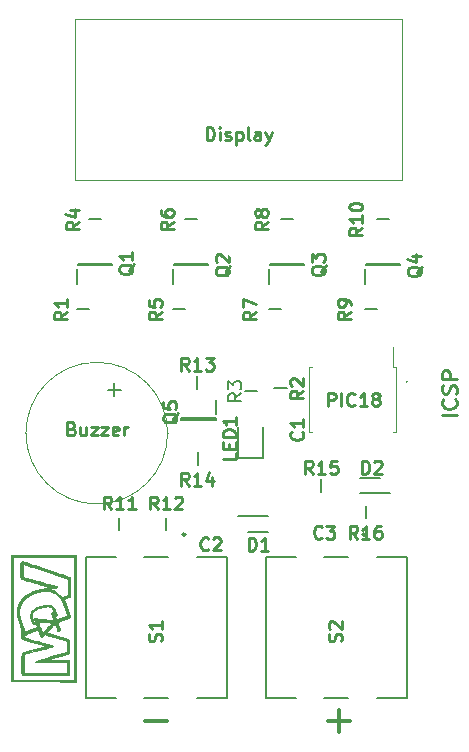
<source format=gbr>
%TF.GenerationSoftware,KiCad,Pcbnew,(5.1.10)-1*%
%TF.CreationDate,2021-09-07T17:28:15+02:00*%
%TF.ProjectId,BytesCounter,42797465-7343-46f7-956e-7465722e6b69,rev?*%
%TF.SameCoordinates,Original*%
%TF.FileFunction,Legend,Top*%
%TF.FilePolarity,Positive*%
%FSLAX46Y46*%
G04 Gerber Fmt 4.6, Leading zero omitted, Abs format (unit mm)*
G04 Created by KiCad (PCBNEW (5.1.10)-1) date 2021-09-07 17:28:15*
%MOMM*%
%LPD*%
G01*
G04 APERTURE LIST*
%ADD10C,0.150000*%
%ADD11C,0.300000*%
%ADD12C,0.275000*%
%ADD13C,0.250000*%
%ADD14C,0.120000*%
%ADD15C,0.200000*%
%ADD16C,0.010000*%
%ADD17C,0.254000*%
%ADD18C,0.100000*%
%ADD19C,1.500000*%
%ADD20R,1.500000X1.500000*%
%ADD21R,1.400000X0.900000*%
%ADD22C,1.550000*%
%ADD23C,0.889000*%
%ADD24R,1.075000X0.500000*%
%ADD25C,1.850000*%
%ADD26C,2.200000*%
%ADD27R,1.000000X1.400000*%
%ADD28R,1.400000X1.000000*%
%ADD29R,0.600000X1.250000*%
%ADD30R,1.050000X1.470000*%
%ADD31R,1.470000X1.050000*%
G04 APERTURE END LIST*
D10*
X109678571Y-61857142D02*
X110821428Y-61857142D01*
X110250000Y-62428571D02*
X110250000Y-61285714D01*
D11*
X112797619Y-89928571D02*
X114702380Y-89928571D01*
X128297619Y-89928571D02*
X130202380Y-89928571D01*
X129250000Y-90880952D02*
X129250000Y-88976190D01*
D12*
X118052380Y-40747619D02*
X118052380Y-39647619D01*
X118314285Y-39647619D01*
X118471428Y-39700000D01*
X118576190Y-39804761D01*
X118628571Y-39909523D01*
X118680952Y-40119047D01*
X118680952Y-40276190D01*
X118628571Y-40485714D01*
X118576190Y-40590476D01*
X118471428Y-40695238D01*
X118314285Y-40747619D01*
X118052380Y-40747619D01*
X119152380Y-40747619D02*
X119152380Y-40014285D01*
X119152380Y-39647619D02*
X119100000Y-39700000D01*
X119152380Y-39752380D01*
X119204761Y-39700000D01*
X119152380Y-39647619D01*
X119152380Y-39752380D01*
X119623809Y-40695238D02*
X119728571Y-40747619D01*
X119938095Y-40747619D01*
X120042857Y-40695238D01*
X120095238Y-40590476D01*
X120095238Y-40538095D01*
X120042857Y-40433333D01*
X119938095Y-40380952D01*
X119780952Y-40380952D01*
X119676190Y-40328571D01*
X119623809Y-40223809D01*
X119623809Y-40171428D01*
X119676190Y-40066666D01*
X119780952Y-40014285D01*
X119938095Y-40014285D01*
X120042857Y-40066666D01*
X120566666Y-40014285D02*
X120566666Y-41114285D01*
X120566666Y-40066666D02*
X120671428Y-40014285D01*
X120880952Y-40014285D01*
X120985714Y-40066666D01*
X121038095Y-40119047D01*
X121090476Y-40223809D01*
X121090476Y-40538095D01*
X121038095Y-40642857D01*
X120985714Y-40695238D01*
X120880952Y-40747619D01*
X120671428Y-40747619D01*
X120566666Y-40695238D01*
X121719047Y-40747619D02*
X121614285Y-40695238D01*
X121561904Y-40590476D01*
X121561904Y-39647619D01*
X122609523Y-40747619D02*
X122609523Y-40171428D01*
X122557142Y-40066666D01*
X122452380Y-40014285D01*
X122242857Y-40014285D01*
X122138095Y-40066666D01*
X122609523Y-40695238D02*
X122504761Y-40747619D01*
X122242857Y-40747619D01*
X122138095Y-40695238D01*
X122085714Y-40590476D01*
X122085714Y-40485714D01*
X122138095Y-40380952D01*
X122242857Y-40328571D01*
X122504761Y-40328571D01*
X122609523Y-40276190D01*
X123028571Y-40014285D02*
X123290476Y-40747619D01*
X123552380Y-40014285D02*
X123290476Y-40747619D01*
X123185714Y-41009523D01*
X123133333Y-41061904D01*
X123028571Y-41114285D01*
D11*
D13*
X128352380Y-63247619D02*
X128352380Y-62147619D01*
X128771428Y-62147619D01*
X128876190Y-62200000D01*
X128928571Y-62252380D01*
X128980952Y-62357142D01*
X128980952Y-62514285D01*
X128928571Y-62619047D01*
X128876190Y-62671428D01*
X128771428Y-62723809D01*
X128352380Y-62723809D01*
X129452380Y-63247619D02*
X129452380Y-62147619D01*
X130604761Y-63142857D02*
X130552380Y-63195238D01*
X130395238Y-63247619D01*
X130290476Y-63247619D01*
X130133333Y-63195238D01*
X130028571Y-63090476D01*
X129976190Y-62985714D01*
X129923809Y-62776190D01*
X129923809Y-62619047D01*
X129976190Y-62409523D01*
X130028571Y-62304761D01*
X130133333Y-62200000D01*
X130290476Y-62147619D01*
X130395238Y-62147619D01*
X130552380Y-62200000D01*
X130604761Y-62252380D01*
X131652380Y-63247619D02*
X131023809Y-63247619D01*
X131338095Y-63247619D02*
X131338095Y-62147619D01*
X131233333Y-62304761D01*
X131128571Y-62409523D01*
X131023809Y-62461904D01*
X132280952Y-62619047D02*
X132176190Y-62566666D01*
X132123809Y-62514285D01*
X132071428Y-62409523D01*
X132071428Y-62357142D01*
X132123809Y-62252380D01*
X132176190Y-62200000D01*
X132280952Y-62147619D01*
X132490476Y-62147619D01*
X132595238Y-62200000D01*
X132647619Y-62252380D01*
X132700000Y-62357142D01*
X132700000Y-62409523D01*
X132647619Y-62514285D01*
X132595238Y-62566666D01*
X132490476Y-62619047D01*
X132280952Y-62619047D01*
X132176190Y-62671428D01*
X132123809Y-62723809D01*
X132071428Y-62828571D01*
X132071428Y-63038095D01*
X132123809Y-63142857D01*
X132176190Y-63195238D01*
X132280952Y-63247619D01*
X132490476Y-63247619D01*
X132595238Y-63195238D01*
X132647619Y-63142857D01*
X132700000Y-63038095D01*
X132700000Y-62828571D01*
X132647619Y-62723809D01*
X132595238Y-62671428D01*
X132490476Y-62619047D01*
D12*
X106628571Y-65171428D02*
X106785714Y-65223809D01*
X106838095Y-65276190D01*
X106890476Y-65380952D01*
X106890476Y-65538095D01*
X106838095Y-65642857D01*
X106785714Y-65695238D01*
X106680952Y-65747619D01*
X106261904Y-65747619D01*
X106261904Y-64647619D01*
X106628571Y-64647619D01*
X106733333Y-64700000D01*
X106785714Y-64752380D01*
X106838095Y-64857142D01*
X106838095Y-64961904D01*
X106785714Y-65066666D01*
X106733333Y-65119047D01*
X106628571Y-65171428D01*
X106261904Y-65171428D01*
X107833333Y-65014285D02*
X107833333Y-65747619D01*
X107361904Y-65014285D02*
X107361904Y-65590476D01*
X107414285Y-65695238D01*
X107519047Y-65747619D01*
X107676190Y-65747619D01*
X107780952Y-65695238D01*
X107833333Y-65642857D01*
X108252380Y-65014285D02*
X108828571Y-65014285D01*
X108252380Y-65747619D01*
X108828571Y-65747619D01*
X109142857Y-65014285D02*
X109719047Y-65014285D01*
X109142857Y-65747619D01*
X109719047Y-65747619D01*
X110557142Y-65695238D02*
X110452380Y-65747619D01*
X110242857Y-65747619D01*
X110138095Y-65695238D01*
X110085714Y-65590476D01*
X110085714Y-65171428D01*
X110138095Y-65066666D01*
X110242857Y-65014285D01*
X110452380Y-65014285D01*
X110557142Y-65066666D01*
X110609523Y-65171428D01*
X110609523Y-65276190D01*
X110085714Y-65380952D01*
X111080952Y-65747619D02*
X111080952Y-65014285D01*
X111080952Y-65223809D02*
X111133333Y-65119047D01*
X111185714Y-65066666D01*
X111290476Y-65014285D01*
X111395238Y-65014285D01*
D11*
D14*
%TO.C,U1*%
X134620000Y-30450000D02*
X106930000Y-30450000D01*
X134620000Y-44150000D02*
X134620000Y-30450000D01*
X106930000Y-44150000D02*
X134620000Y-44150000D01*
X106930000Y-44150000D02*
X106930000Y-30450000D01*
D15*
%TO.C,LED1*%
X122842000Y-67692000D02*
X122842000Y-64992000D01*
X120742000Y-67692000D02*
X122842000Y-67692000D01*
X120742000Y-64992000D02*
X120742000Y-67692000D01*
%TO.C,J1*%
X135033000Y-61203000D02*
G75*
G03*
X135033000Y-61203000I-63000J0D01*
G01*
D14*
%TO.C,IC1*%
X133851000Y-59966000D02*
X133851000Y-58276000D01*
X134126000Y-59966000D02*
X133851000Y-59966000D01*
X134126000Y-62726000D02*
X134126000Y-59966000D01*
X134126000Y-65486000D02*
X133851000Y-65486000D01*
X134126000Y-62726000D02*
X134126000Y-65486000D01*
X126706000Y-59966000D02*
X126981000Y-59966000D01*
X126706000Y-62726000D02*
X126706000Y-59966000D01*
X126706000Y-65486000D02*
X126981000Y-65486000D01*
X126706000Y-62726000D02*
X126706000Y-65486000D01*
D15*
%TO.C,D2*%
X132762000Y-69332000D02*
X131062000Y-69332000D01*
X133612000Y-70632000D02*
X131062000Y-70632000D01*
%TO.C,D1*%
X121562000Y-73900000D02*
X123262000Y-73900000D01*
X120712000Y-72600000D02*
X123262000Y-72600000D01*
D16*
%TO.C,G\u002A\u002A\u002A*%
G36*
X101996922Y-80667917D02*
G01*
X101997905Y-80542143D01*
X102000791Y-80447588D01*
X102007071Y-80373138D01*
X102018236Y-80307681D01*
X102035779Y-80240104D01*
X102061190Y-80159293D01*
X102067946Y-80138750D01*
X102105653Y-80034403D01*
X102148612Y-79930766D01*
X102190019Y-79843728D01*
X102208457Y-79810667D01*
X102244729Y-79758399D01*
X102298937Y-79689469D01*
X102365237Y-79610342D01*
X102437781Y-79527487D01*
X102510723Y-79447367D01*
X102578218Y-79376451D01*
X102634419Y-79321203D01*
X102673481Y-79288091D01*
X102686884Y-79281500D01*
X102713699Y-79270616D01*
X102764498Y-79242081D01*
X102828206Y-79202125D01*
X102915430Y-79145082D01*
X102975499Y-79106431D01*
X103016582Y-79081236D01*
X103046850Y-79064559D01*
X103074471Y-79051465D01*
X103085834Y-79046463D01*
X103145013Y-79020299D01*
X103202250Y-78994571D01*
X103321606Y-78946222D01*
X103471039Y-78894748D01*
X103638828Y-78843749D01*
X103813253Y-78796823D01*
X103953667Y-78763767D01*
X104074459Y-78736388D01*
X104201259Y-78705877D01*
X104327410Y-78674037D01*
X104446257Y-78642672D01*
X104551144Y-78613584D01*
X104635414Y-78588575D01*
X104692412Y-78569449D01*
X104715482Y-78558007D01*
X104715667Y-78557385D01*
X104698617Y-78542245D01*
X104686128Y-78540667D01*
X104660757Y-78535179D01*
X104598353Y-78519390D01*
X104502679Y-78494310D01*
X104377495Y-78460951D01*
X104226563Y-78420324D01*
X104053645Y-78373441D01*
X103862502Y-78321311D01*
X103656896Y-78264948D01*
X103506086Y-78223435D01*
X103248225Y-78152086D01*
X103028549Y-78090719D01*
X102844318Y-78038497D01*
X102692789Y-77994585D01*
X102571220Y-77958144D01*
X102476870Y-77928341D01*
X102406997Y-77904337D01*
X102358859Y-77885298D01*
X102329713Y-77870387D01*
X102318542Y-77861256D01*
X102308131Y-77845412D01*
X102299857Y-77822850D01*
X102293480Y-77788948D01*
X102288757Y-77739082D01*
X102285447Y-77668628D01*
X102283309Y-77572962D01*
X102282102Y-77447463D01*
X102281583Y-77287505D01*
X102281500Y-77151906D01*
X102281609Y-76966390D01*
X102282122Y-76818560D01*
X102283318Y-76703772D01*
X102285474Y-76617377D01*
X102288868Y-76554729D01*
X102293780Y-76511182D01*
X102300488Y-76482090D01*
X102309269Y-76462806D01*
X102320402Y-76448684D01*
X102323833Y-76445167D01*
X102387542Y-76410130D01*
X102445863Y-76402834D01*
X102474253Y-76409474D01*
X102539340Y-76428642D01*
X102637752Y-76459209D01*
X102766116Y-76500049D01*
X102921059Y-76550031D01*
X103099208Y-76608029D01*
X103297191Y-76672913D01*
X103511634Y-76743556D01*
X103739165Y-76818830D01*
X103976411Y-76897606D01*
X104219999Y-76978756D01*
X104466557Y-77061153D01*
X104712711Y-77143666D01*
X104955090Y-77225170D01*
X105190319Y-77304535D01*
X105415027Y-77380632D01*
X105625840Y-77452335D01*
X105819385Y-77518515D01*
X105992291Y-77578043D01*
X106141184Y-77629791D01*
X106262690Y-77672632D01*
X106353439Y-77705437D01*
X106410056Y-77727077D01*
X106426414Y-77734325D01*
X106465971Y-77767274D01*
X106480593Y-77790394D01*
X106483591Y-77818788D01*
X106486347Y-77884538D01*
X106488779Y-77982669D01*
X106490809Y-78108203D01*
X106492354Y-78256164D01*
X106493333Y-78421577D01*
X106493667Y-78595315D01*
X106493559Y-78796911D01*
X106493099Y-78960427D01*
X106492075Y-79090117D01*
X106490282Y-79190234D01*
X106487510Y-79265033D01*
X106483550Y-79318766D01*
X106478195Y-79355687D01*
X106471235Y-79380050D01*
X106462463Y-79396108D01*
X106453951Y-79405883D01*
X106417512Y-79429124D01*
X106351254Y-79459825D01*
X106265912Y-79493302D01*
X106205243Y-79514350D01*
X106116279Y-79544672D01*
X106042097Y-79571928D01*
X105992171Y-79592521D01*
X105976727Y-79601049D01*
X105971735Y-79631955D01*
X105989824Y-79685234D01*
X105991348Y-79688374D01*
X106073416Y-79862588D01*
X106135642Y-80012726D01*
X106182319Y-80149490D01*
X106197435Y-80202250D01*
X106226468Y-80298981D01*
X106259959Y-80395426D01*
X106291079Y-80472041D01*
X106293588Y-80477417D01*
X106312734Y-80525124D01*
X106339099Y-80600545D01*
X106369892Y-80694531D01*
X106402320Y-80797932D01*
X106433591Y-80901598D01*
X106460913Y-80996379D01*
X106481494Y-81073125D01*
X106492541Y-81122685D01*
X106493667Y-81133102D01*
X106476209Y-81149134D01*
X106433342Y-81171287D01*
X106424875Y-81174904D01*
X106297927Y-81227052D01*
X106182315Y-81273433D01*
X106084231Y-81311656D01*
X106009863Y-81339329D01*
X105965403Y-81354061D01*
X105956603Y-81355834D01*
X105923376Y-81363384D01*
X105863071Y-81383643D01*
X105784428Y-81413024D01*
X105696183Y-81447941D01*
X105607075Y-81484805D01*
X105525843Y-81520029D01*
X105461224Y-81550028D01*
X105421957Y-81571214D01*
X105414167Y-81578503D01*
X105421411Y-81607070D01*
X105440716Y-81664368D01*
X105468446Y-81739810D01*
X105479671Y-81769067D01*
X105518516Y-81871459D01*
X105558954Y-81981649D01*
X105592620Y-82076820D01*
X105594382Y-82081965D01*
X105643589Y-82226012D01*
X105592378Y-82246006D01*
X105530383Y-82270202D01*
X105487660Y-82286868D01*
X105446171Y-82296873D01*
X105423480Y-82278472D01*
X105415252Y-82260409D01*
X105400930Y-82223514D01*
X105375088Y-82155979D01*
X105341146Y-82066775D01*
X105302524Y-81964871D01*
X105294477Y-81943593D01*
X105192604Y-81674102D01*
X105149927Y-81723635D01*
X105122526Y-81753903D01*
X105071140Y-81809268D01*
X105000979Y-81884168D01*
X104917254Y-81973044D01*
X104825176Y-82070336D01*
X104810917Y-82085364D01*
X104720694Y-82181425D01*
X104640883Y-82268320D01*
X104575994Y-82340983D01*
X104530536Y-82394344D01*
X104509020Y-82423335D01*
X104507974Y-82425815D01*
X104519056Y-82448437D01*
X104539724Y-82451926D01*
X104569079Y-82457400D01*
X104633474Y-82473926D01*
X104727527Y-82499973D01*
X104845857Y-82534009D01*
X104983083Y-82574504D01*
X105133824Y-82619928D01*
X105181334Y-82634427D01*
X105432834Y-82711472D01*
X105646904Y-82777257D01*
X105826623Y-82832820D01*
X105975067Y-82879198D01*
X106095315Y-82917430D01*
X106190444Y-82948555D01*
X106263532Y-82973609D01*
X106317656Y-82993632D01*
X106355895Y-83009662D01*
X106381325Y-83022736D01*
X106397026Y-83033893D01*
X106406074Y-83044172D01*
X106408592Y-83048404D01*
X106415426Y-83082527D01*
X106421161Y-83154584D01*
X106425627Y-83260188D01*
X106428656Y-83394951D01*
X106430079Y-83554484D01*
X106430167Y-83608692D01*
X106430309Y-83779485D01*
X106429361Y-83913193D01*
X106425260Y-84015055D01*
X106415946Y-84090307D01*
X106399355Y-84144188D01*
X106373428Y-84181934D01*
X106336100Y-84208785D01*
X106285312Y-84229977D01*
X106219001Y-84250748D01*
X106171854Y-84264899D01*
X106109613Y-84283803D01*
X106012991Y-84313066D01*
X105888140Y-84350827D01*
X105741213Y-84395227D01*
X105578361Y-84444407D01*
X105405736Y-84496508D01*
X105275640Y-84535753D01*
X104555029Y-84753084D01*
X105449205Y-84746733D01*
X105667134Y-84745236D01*
X105846677Y-84744235D01*
X105991779Y-84743887D01*
X106106389Y-84744347D01*
X106194450Y-84745772D01*
X106259910Y-84748317D01*
X106306715Y-84752138D01*
X106338810Y-84757391D01*
X106360142Y-84764232D01*
X106374657Y-84772817D01*
X106386300Y-84783301D01*
X106386774Y-84783775D01*
X106399724Y-84798464D01*
X106409806Y-84816910D01*
X106417378Y-84844184D01*
X106422799Y-84885358D01*
X106426427Y-84945503D01*
X106428619Y-85029692D01*
X106429733Y-85142996D01*
X106430127Y-85290487D01*
X106430167Y-85398667D01*
X106430022Y-85569489D01*
X106429356Y-85703039D01*
X106427820Y-85804378D01*
X106425064Y-85878566D01*
X106420739Y-85930665D01*
X106414496Y-85965735D01*
X106405987Y-85988838D01*
X106394863Y-86005034D01*
X106387833Y-86012500D01*
X106379897Y-86019696D01*
X106369645Y-86026026D01*
X106354474Y-86031547D01*
X106331780Y-86036313D01*
X106298958Y-86040380D01*
X106253405Y-86043804D01*
X106239667Y-86044443D01*
X106239667Y-85864334D01*
X106239667Y-84930759D01*
X104890292Y-84934266D01*
X104617808Y-84934926D01*
X104384609Y-84935333D01*
X104187651Y-84935408D01*
X104023885Y-84935074D01*
X103890264Y-84934256D01*
X103783743Y-84932874D01*
X103701273Y-84930854D01*
X103639809Y-84928116D01*
X103596304Y-84924585D01*
X103567710Y-84920183D01*
X103550981Y-84914833D01*
X103543070Y-84908458D01*
X103540931Y-84900981D01*
X103540917Y-84900129D01*
X103546363Y-84890867D01*
X103564469Y-84878850D01*
X103597888Y-84863204D01*
X103649274Y-84843053D01*
X103721279Y-84817523D01*
X103816556Y-84785739D01*
X103937758Y-84746828D01*
X104087539Y-84699915D01*
X104268550Y-84644125D01*
X104483446Y-84578583D01*
X104734880Y-84502416D01*
X104885000Y-84457096D01*
X106229084Y-84051709D01*
X106234792Y-83604661D01*
X106240501Y-83157613D01*
X106001959Y-83083740D01*
X105801343Y-83021784D01*
X105598299Y-82959398D01*
X105396967Y-82897828D01*
X105201491Y-82838321D01*
X105016009Y-82782124D01*
X104844665Y-82730484D01*
X104691600Y-82684647D01*
X104560954Y-82645861D01*
X104456869Y-82615373D01*
X104383486Y-82594428D01*
X104344948Y-82584274D01*
X104340433Y-82583501D01*
X104308774Y-82599556D01*
X104298677Y-82612348D01*
X104253362Y-82677741D01*
X104197527Y-82741935D01*
X104140557Y-82795757D01*
X104128034Y-82804567D01*
X104128034Y-82473450D01*
X104291028Y-82300933D01*
X104365911Y-82221654D01*
X104459482Y-82122559D01*
X104561377Y-82014623D01*
X104661234Y-81908823D01*
X104692137Y-81876075D01*
X104789026Y-81771279D01*
X104856081Y-81693693D01*
X104894527Y-81641761D01*
X104905587Y-81613928D01*
X104902334Y-81609036D01*
X104868991Y-81600522D01*
X104805702Y-81591167D01*
X104724775Y-81582712D01*
X104705084Y-81581088D01*
X104601639Y-81572224D01*
X104479025Y-81560588D01*
X104360111Y-81548372D01*
X104334667Y-81545598D01*
X104140775Y-81524932D01*
X103988296Y-81510415D01*
X103876765Y-81502013D01*
X103805715Y-81499692D01*
X103774680Y-81503418D01*
X103773385Y-81504591D01*
X103777868Y-81527737D01*
X103795394Y-81583611D01*
X103823657Y-81665487D01*
X103860351Y-81766638D01*
X103893435Y-81854834D01*
X103940667Y-81979093D01*
X103987103Y-82101347D01*
X104028745Y-82211068D01*
X104061599Y-82297731D01*
X104074826Y-82332683D01*
X104128034Y-82473450D01*
X104128034Y-82804567D01*
X104091834Y-82830035D01*
X104068358Y-82837500D01*
X104045357Y-82832580D01*
X104023942Y-82813460D01*
X104000159Y-82773598D01*
X103970052Y-82706454D01*
X103932554Y-82612878D01*
X103893078Y-82510278D01*
X103855833Y-82410609D01*
X103825763Y-82327247D01*
X103811317Y-82284795D01*
X103789659Y-82226195D01*
X103770551Y-82188695D01*
X103762472Y-82181334D01*
X103734968Y-82188640D01*
X103678654Y-82207953D01*
X103603948Y-82235366D01*
X103521268Y-82266969D01*
X103441030Y-82298855D01*
X103373654Y-82327117D01*
X103372489Y-82327627D01*
X103302011Y-82357509D01*
X103235507Y-82384141D01*
X103223417Y-82388712D01*
X103064123Y-82448503D01*
X102940698Y-82496519D01*
X102848923Y-82534591D01*
X102784579Y-82564550D01*
X102743449Y-82588225D01*
X102722463Y-82606053D01*
X102697210Y-82624674D01*
X102697210Y-82313758D01*
X102724511Y-82311890D01*
X102783489Y-82296456D01*
X102866591Y-82269786D01*
X102966258Y-82234210D01*
X103014710Y-82215835D01*
X103137654Y-82168357D01*
X103264693Y-82119287D01*
X103382044Y-82073951D01*
X103475923Y-82037673D01*
X103488000Y-82033005D01*
X103567874Y-82001822D01*
X103631214Y-81976514D01*
X103668783Y-81960801D01*
X103674984Y-81957731D01*
X103672874Y-81935838D01*
X103658256Y-81887771D01*
X103635923Y-81825991D01*
X103610667Y-81762963D01*
X103587278Y-81711147D01*
X103570550Y-81683007D01*
X103568785Y-81681518D01*
X103538870Y-81679672D01*
X103483468Y-81687898D01*
X103446156Y-81696421D01*
X103387496Y-81708763D01*
X103387496Y-81521107D01*
X103447561Y-81500169D01*
X103507625Y-81479230D01*
X103466371Y-81370657D01*
X103444543Y-81300693D01*
X103439859Y-81254238D01*
X103444442Y-81242759D01*
X103474886Y-81236448D01*
X103546259Y-81236861D01*
X103657705Y-81243936D01*
X103808368Y-81257609D01*
X103997391Y-81277819D01*
X104123000Y-81292361D01*
X104244724Y-81306099D01*
X104377597Y-81319942D01*
X104515022Y-81333331D01*
X104650398Y-81345704D01*
X104777126Y-81356500D01*
X104888606Y-81365159D01*
X104978240Y-81371121D01*
X105039429Y-81373823D01*
X105065571Y-81372707D01*
X105065916Y-81372474D01*
X105064378Y-81348720D01*
X105049941Y-81296393D01*
X105025612Y-81226153D01*
X105021648Y-81215654D01*
X104994173Y-81142136D01*
X104962892Y-81056163D01*
X104931123Y-80967163D01*
X104902184Y-80884564D01*
X104879394Y-80817795D01*
X104866070Y-80776284D01*
X104863981Y-80767707D01*
X104881502Y-80756728D01*
X104926504Y-80735225D01*
X104962647Y-80719306D01*
X105024638Y-80695645D01*
X105063411Y-80694342D01*
X105088739Y-80721083D01*
X105110400Y-80781552D01*
X105118414Y-80809898D01*
X105138097Y-80864394D01*
X105159093Y-80899258D01*
X105163010Y-80902507D01*
X105177350Y-80900291D01*
X105173618Y-80876943D01*
X105161549Y-80837520D01*
X105141437Y-80771526D01*
X105117532Y-80692898D01*
X105116373Y-80689084D01*
X105050394Y-80528140D01*
X104960334Y-80396733D01*
X104849073Y-80298625D01*
X104792572Y-80266204D01*
X104726694Y-80236541D01*
X104671867Y-80221256D01*
X104610641Y-80217560D01*
X104525562Y-80222667D01*
X104521921Y-80222972D01*
X104389834Y-80236725D01*
X104267009Y-80254360D01*
X104162252Y-80274263D01*
X104084369Y-80294818D01*
X104048917Y-80309677D01*
X103996189Y-80333361D01*
X103943818Y-80349446D01*
X103806385Y-80394002D01*
X103667730Y-80461002D01*
X103537012Y-80544103D01*
X103423390Y-80636964D01*
X103336024Y-80733242D01*
X103295996Y-80798024D01*
X103269181Y-80876870D01*
X103260743Y-80969504D01*
X103271118Y-81082290D01*
X103300742Y-81221589D01*
X103333063Y-81337929D01*
X103387496Y-81521107D01*
X103387496Y-81708763D01*
X103377726Y-81710819D01*
X103335833Y-81709962D01*
X103311071Y-81696980D01*
X103292617Y-81667517D01*
X103265454Y-81606438D01*
X103233216Y-81522619D01*
X103199540Y-81424937D01*
X103199050Y-81423436D01*
X103162585Y-81306818D01*
X103138829Y-81215741D01*
X103125205Y-81136271D01*
X103119132Y-81054472D01*
X103117985Y-80985417D01*
X103124400Y-80851956D01*
X103147349Y-80746156D01*
X103191430Y-80655062D01*
X103261239Y-80565720D01*
X103270507Y-80555636D01*
X103340050Y-80493846D01*
X103435665Y-80425748D01*
X103543710Y-80359690D01*
X103650539Y-80304017D01*
X103742000Y-80267232D01*
X103814163Y-80243780D01*
X103875033Y-80222306D01*
X103900750Y-80212068D01*
X103948027Y-80194038D01*
X104018939Y-80170452D01*
X104101709Y-80144811D01*
X104184557Y-80120615D01*
X104255706Y-80101365D01*
X104303377Y-80090563D01*
X104313500Y-80089388D01*
X104348733Y-80087519D01*
X104413524Y-80082808D01*
X104495268Y-80076187D01*
X104514584Y-80074540D01*
X104673112Y-80074740D01*
X104814438Y-80107271D01*
X104952285Y-80175684D01*
X104983340Y-80195790D01*
X105064703Y-80271832D01*
X105144600Y-80389195D01*
X105222533Y-80546876D01*
X105298004Y-80743874D01*
X105367307Y-80967737D01*
X105354093Y-80989947D01*
X105312636Y-81014206D01*
X105298954Y-81019614D01*
X105250318Y-81042292D01*
X105224789Y-81064127D01*
X105223667Y-81068209D01*
X105230992Y-81101433D01*
X105249546Y-81155848D01*
X105274198Y-81218901D01*
X105299815Y-81278040D01*
X105321266Y-81320710D01*
X105332593Y-81334667D01*
X105356542Y-81327435D01*
X105411956Y-81307681D01*
X105490882Y-81278321D01*
X105585367Y-81242269D01*
X105597284Y-81237666D01*
X105713421Y-81193259D01*
X105834752Y-81147718D01*
X105945475Y-81106932D01*
X106017417Y-81081112D01*
X106100028Y-81051829D01*
X106170421Y-81026459D01*
X106216524Y-81009368D01*
X106223792Y-81006516D01*
X106257247Y-80976005D01*
X106252625Y-80934640D01*
X106242414Y-80920859D01*
X106227849Y-80891955D01*
X106206154Y-80833887D01*
X106181602Y-80758260D01*
X106177356Y-80744171D01*
X106151080Y-80662215D01*
X106125106Y-80591527D01*
X106104611Y-80546072D01*
X106102835Y-80543087D01*
X106085312Y-80504971D01*
X106059776Y-80436778D01*
X106030023Y-80349084D01*
X106007060Y-80276334D01*
X105967692Y-80152065D01*
X105930290Y-80046448D01*
X105888174Y-79942110D01*
X105834665Y-79821678D01*
X105819870Y-79789500D01*
X105800730Y-79755265D01*
X105800730Y-79431314D01*
X106036073Y-79353559D01*
X106129975Y-79322224D01*
X106208989Y-79295276D01*
X106264503Y-79275690D01*
X106287583Y-79266640D01*
X106291343Y-79244022D01*
X106294451Y-79184170D01*
X106296828Y-79092176D01*
X106298396Y-78973136D01*
X106299077Y-78832143D01*
X106298791Y-78674291D01*
X106298167Y-78578760D01*
X106292584Y-77900045D01*
X104398167Y-77257314D01*
X104125967Y-77165018D01*
X103865144Y-77076688D01*
X103618490Y-76993263D01*
X103388794Y-76915681D01*
X103178847Y-76844881D01*
X102991440Y-76781803D01*
X102829364Y-76727386D01*
X102695408Y-76682567D01*
X102592363Y-76648287D01*
X102523020Y-76625484D01*
X102490169Y-76615098D01*
X102487875Y-76614542D01*
X102483642Y-76634775D01*
X102479848Y-76691810D01*
X102476649Y-76780117D01*
X102474202Y-76894165D01*
X102472661Y-77028425D01*
X102472181Y-77170125D01*
X102472362Y-77725750D01*
X103429973Y-77989642D01*
X103647160Y-78049251D01*
X103871241Y-78110309D01*
X104094855Y-78170841D01*
X104310643Y-78228871D01*
X104511245Y-78282423D01*
X104689302Y-78329520D01*
X104837454Y-78368188D01*
X104895584Y-78383124D01*
X105078755Y-78430553D01*
X105221520Y-78470098D01*
X105324700Y-78503492D01*
X105389114Y-78532472D01*
X105415581Y-78558771D01*
X105404923Y-78584125D01*
X105357958Y-78610268D01*
X105275508Y-78638935D01*
X105158391Y-78671861D01*
X105045842Y-78701020D01*
X104730433Y-78781389D01*
X104876508Y-78810343D01*
X105064910Y-78863089D01*
X105243374Y-78946160D01*
X105417417Y-79062882D01*
X105592555Y-79216579D01*
X105655073Y-79279662D01*
X105800730Y-79431314D01*
X105800730Y-79755265D01*
X105731785Y-79631944D01*
X105617063Y-79476803D01*
X105483889Y-79332393D01*
X105340448Y-79207030D01*
X105194927Y-79109026D01*
X105107250Y-79065652D01*
X104980018Y-79014199D01*
X104877253Y-78978065D01*
X104785310Y-78954138D01*
X104690544Y-78939306D01*
X104579310Y-78930457D01*
X104497817Y-78926680D01*
X104339454Y-78924148D01*
X104193903Y-78928880D01*
X104074926Y-78940389D01*
X104063900Y-78942072D01*
X103999022Y-78955572D01*
X103908763Y-78978567D01*
X103801237Y-79008542D01*
X103684555Y-79042979D01*
X103566830Y-79079363D01*
X103456174Y-79115177D01*
X103360699Y-79147904D01*
X103288519Y-79175028D01*
X103247745Y-79194033D01*
X103244584Y-79196225D01*
X103209082Y-79214883D01*
X103170500Y-79229039D01*
X103117712Y-79253028D01*
X103058697Y-79290209D01*
X103052086Y-79295129D01*
X103006266Y-79327184D01*
X102974718Y-79344179D01*
X102970782Y-79345000D01*
X102940573Y-79358337D01*
X102887834Y-79393823D01*
X102820935Y-79444675D01*
X102748250Y-79504108D01*
X102678148Y-79565339D01*
X102619002Y-79621583D01*
X102587631Y-79655501D01*
X102531421Y-79722265D01*
X102476855Y-79786988D01*
X102448991Y-79819983D01*
X102384780Y-79914163D01*
X102322013Y-80039559D01*
X102265486Y-80185185D01*
X102219992Y-80340057D01*
X102217475Y-80350417D01*
X102205649Y-80427850D01*
X102198210Y-80534814D01*
X102195169Y-80658734D01*
X102196539Y-80787034D01*
X102202330Y-80907139D01*
X102212555Y-81006473D01*
X102216836Y-81032197D01*
X102231851Y-81094850D01*
X102257452Y-81184950D01*
X102289955Y-81290084D01*
X102323057Y-81390200D01*
X102362146Y-81504486D01*
X102409626Y-81643347D01*
X102460203Y-81791300D01*
X102508583Y-81932861D01*
X102521160Y-81969667D01*
X102559825Y-82079469D01*
X102595193Y-82173695D01*
X102624582Y-82245672D01*
X102645308Y-82288723D01*
X102653173Y-82298075D01*
X102688262Y-82308738D01*
X102697210Y-82313758D01*
X102697210Y-82624674D01*
X102675957Y-82640346D01*
X102621921Y-82660408D01*
X102578293Y-82674011D01*
X102560140Y-82700801D01*
X102556667Y-82750853D01*
X102556667Y-82828247D01*
X103535625Y-83107614D01*
X103741841Y-83166261D01*
X103944155Y-83223420D01*
X104137180Y-83277593D01*
X104315528Y-83327287D01*
X104473812Y-83371003D01*
X104606644Y-83407246D01*
X104708636Y-83434521D01*
X104765855Y-83449238D01*
X104897365Y-83483744D01*
X104989824Y-83513637D01*
X105042852Y-83540648D01*
X105056072Y-83566509D01*
X105029103Y-83592950D01*
X104961569Y-83621705D01*
X104853089Y-83654503D01*
X104713059Y-83690663D01*
X104621766Y-83714073D01*
X104496063Y-83747526D01*
X104342204Y-83789299D01*
X104166441Y-83837664D01*
X103975030Y-83890897D01*
X103774223Y-83947272D01*
X103570275Y-84005064D01*
X103477417Y-84031566D01*
X102567250Y-84291949D01*
X102561701Y-85078142D01*
X102556152Y-85864334D01*
X106239667Y-85864334D01*
X106239667Y-86044443D01*
X106192517Y-86046639D01*
X106113689Y-86048942D01*
X106014318Y-86050767D01*
X105891800Y-86052171D01*
X105743531Y-86053208D01*
X105566907Y-86053933D01*
X105359324Y-86054403D01*
X105118177Y-86054673D01*
X104840864Y-86054797D01*
X104524780Y-86054832D01*
X104398167Y-86054834D01*
X104067157Y-86054818D01*
X103775877Y-86054732D01*
X103521722Y-86054523D01*
X103302089Y-86054133D01*
X103114373Y-86053508D01*
X102955971Y-86052592D01*
X102824278Y-86051330D01*
X102716691Y-86049666D01*
X102630605Y-86047546D01*
X102563417Y-86044913D01*
X102512523Y-86041712D01*
X102475318Y-86037888D01*
X102449199Y-86033386D01*
X102431562Y-86028149D01*
X102419802Y-86022124D01*
X102411317Y-86015253D01*
X102408500Y-86012501D01*
X102398044Y-86000672D01*
X102389466Y-85985433D01*
X102382583Y-85962781D01*
X102377206Y-85928713D01*
X102373152Y-85879227D01*
X102370233Y-85810320D01*
X102368264Y-85717988D01*
X102367059Y-85598230D01*
X102366432Y-85447041D01*
X102366197Y-85260420D01*
X102366167Y-85100942D01*
X102366660Y-84889528D01*
X102368087Y-84699597D01*
X102370369Y-84534622D01*
X102373430Y-84398075D01*
X102377191Y-84293428D01*
X102381575Y-84224152D01*
X102386502Y-84193720D01*
X102386525Y-84193679D01*
X102420538Y-84158089D01*
X102465900Y-84131938D01*
X102502430Y-84119604D01*
X102573377Y-84097733D01*
X102673793Y-84067735D01*
X102798731Y-84031017D01*
X102943244Y-83988985D01*
X103102385Y-83943048D01*
X103271206Y-83894612D01*
X103444760Y-83845086D01*
X103618100Y-83795877D01*
X103786279Y-83748392D01*
X103944350Y-83704038D01*
X104087365Y-83664224D01*
X104210377Y-83630357D01*
X104308439Y-83603844D01*
X104376604Y-83586093D01*
X104409924Y-83578510D01*
X104411793Y-83578334D01*
X104437484Y-83573856D01*
X104437919Y-83568697D01*
X104416261Y-83561162D01*
X104357806Y-83543224D01*
X104266488Y-83516029D01*
X104146237Y-83480725D01*
X104000984Y-83438462D01*
X103834660Y-83390385D01*
X103651198Y-83337643D01*
X103454528Y-83281384D01*
X103423683Y-83272585D01*
X103154090Y-83195110D01*
X102925136Y-83128033D01*
X102736885Y-83071373D01*
X102589398Y-83025149D01*
X102482738Y-82989380D01*
X102416965Y-82964087D01*
X102392625Y-82950093D01*
X102381634Y-82918644D01*
X102373748Y-82856432D01*
X102368748Y-82760124D01*
X102366409Y-82626387D01*
X102366167Y-82552740D01*
X102365624Y-82415685D01*
X102363381Y-82311746D01*
X102358516Y-82231711D01*
X102350109Y-82166370D01*
X102337238Y-82106512D01*
X102318983Y-82042926D01*
X102313404Y-82025160D01*
X102284916Y-81933666D01*
X102258408Y-81845561D01*
X102239057Y-81778102D01*
X102237249Y-81771417D01*
X102211956Y-81691654D01*
X102180397Y-81610034D01*
X102175646Y-81599250D01*
X102152296Y-81538327D01*
X102124507Y-81452388D01*
X102097441Y-81357649D01*
X102091437Y-81334667D01*
X102066976Y-81240454D01*
X102043103Y-81150965D01*
X102024134Y-81082314D01*
X102020601Y-81070084D01*
X102010973Y-81014590D01*
X102003462Y-80925717D01*
X101998592Y-80812389D01*
X101996890Y-80683529D01*
X101996922Y-80667917D01*
G37*
X101996922Y-80667917D02*
X101997905Y-80542143D01*
X102000791Y-80447588D01*
X102007071Y-80373138D01*
X102018236Y-80307681D01*
X102035779Y-80240104D01*
X102061190Y-80159293D01*
X102067946Y-80138750D01*
X102105653Y-80034403D01*
X102148612Y-79930766D01*
X102190019Y-79843728D01*
X102208457Y-79810667D01*
X102244729Y-79758399D01*
X102298937Y-79689469D01*
X102365237Y-79610342D01*
X102437781Y-79527487D01*
X102510723Y-79447367D01*
X102578218Y-79376451D01*
X102634419Y-79321203D01*
X102673481Y-79288091D01*
X102686884Y-79281500D01*
X102713699Y-79270616D01*
X102764498Y-79242081D01*
X102828206Y-79202125D01*
X102915430Y-79145082D01*
X102975499Y-79106431D01*
X103016582Y-79081236D01*
X103046850Y-79064559D01*
X103074471Y-79051465D01*
X103085834Y-79046463D01*
X103145013Y-79020299D01*
X103202250Y-78994571D01*
X103321606Y-78946222D01*
X103471039Y-78894748D01*
X103638828Y-78843749D01*
X103813253Y-78796823D01*
X103953667Y-78763767D01*
X104074459Y-78736388D01*
X104201259Y-78705877D01*
X104327410Y-78674037D01*
X104446257Y-78642672D01*
X104551144Y-78613584D01*
X104635414Y-78588575D01*
X104692412Y-78569449D01*
X104715482Y-78558007D01*
X104715667Y-78557385D01*
X104698617Y-78542245D01*
X104686128Y-78540667D01*
X104660757Y-78535179D01*
X104598353Y-78519390D01*
X104502679Y-78494310D01*
X104377495Y-78460951D01*
X104226563Y-78420324D01*
X104053645Y-78373441D01*
X103862502Y-78321311D01*
X103656896Y-78264948D01*
X103506086Y-78223435D01*
X103248225Y-78152086D01*
X103028549Y-78090719D01*
X102844318Y-78038497D01*
X102692789Y-77994585D01*
X102571220Y-77958144D01*
X102476870Y-77928341D01*
X102406997Y-77904337D01*
X102358859Y-77885298D01*
X102329713Y-77870387D01*
X102318542Y-77861256D01*
X102308131Y-77845412D01*
X102299857Y-77822850D01*
X102293480Y-77788948D01*
X102288757Y-77739082D01*
X102285447Y-77668628D01*
X102283309Y-77572962D01*
X102282102Y-77447463D01*
X102281583Y-77287505D01*
X102281500Y-77151906D01*
X102281609Y-76966390D01*
X102282122Y-76818560D01*
X102283318Y-76703772D01*
X102285474Y-76617377D01*
X102288868Y-76554729D01*
X102293780Y-76511182D01*
X102300488Y-76482090D01*
X102309269Y-76462806D01*
X102320402Y-76448684D01*
X102323833Y-76445167D01*
X102387542Y-76410130D01*
X102445863Y-76402834D01*
X102474253Y-76409474D01*
X102539340Y-76428642D01*
X102637752Y-76459209D01*
X102766116Y-76500049D01*
X102921059Y-76550031D01*
X103099208Y-76608029D01*
X103297191Y-76672913D01*
X103511634Y-76743556D01*
X103739165Y-76818830D01*
X103976411Y-76897606D01*
X104219999Y-76978756D01*
X104466557Y-77061153D01*
X104712711Y-77143666D01*
X104955090Y-77225170D01*
X105190319Y-77304535D01*
X105415027Y-77380632D01*
X105625840Y-77452335D01*
X105819385Y-77518515D01*
X105992291Y-77578043D01*
X106141184Y-77629791D01*
X106262690Y-77672632D01*
X106353439Y-77705437D01*
X106410056Y-77727077D01*
X106426414Y-77734325D01*
X106465971Y-77767274D01*
X106480593Y-77790394D01*
X106483591Y-77818788D01*
X106486347Y-77884538D01*
X106488779Y-77982669D01*
X106490809Y-78108203D01*
X106492354Y-78256164D01*
X106493333Y-78421577D01*
X106493667Y-78595315D01*
X106493559Y-78796911D01*
X106493099Y-78960427D01*
X106492075Y-79090117D01*
X106490282Y-79190234D01*
X106487510Y-79265033D01*
X106483550Y-79318766D01*
X106478195Y-79355687D01*
X106471235Y-79380050D01*
X106462463Y-79396108D01*
X106453951Y-79405883D01*
X106417512Y-79429124D01*
X106351254Y-79459825D01*
X106265912Y-79493302D01*
X106205243Y-79514350D01*
X106116279Y-79544672D01*
X106042097Y-79571928D01*
X105992171Y-79592521D01*
X105976727Y-79601049D01*
X105971735Y-79631955D01*
X105989824Y-79685234D01*
X105991348Y-79688374D01*
X106073416Y-79862588D01*
X106135642Y-80012726D01*
X106182319Y-80149490D01*
X106197435Y-80202250D01*
X106226468Y-80298981D01*
X106259959Y-80395426D01*
X106291079Y-80472041D01*
X106293588Y-80477417D01*
X106312734Y-80525124D01*
X106339099Y-80600545D01*
X106369892Y-80694531D01*
X106402320Y-80797932D01*
X106433591Y-80901598D01*
X106460913Y-80996379D01*
X106481494Y-81073125D01*
X106492541Y-81122685D01*
X106493667Y-81133102D01*
X106476209Y-81149134D01*
X106433342Y-81171287D01*
X106424875Y-81174904D01*
X106297927Y-81227052D01*
X106182315Y-81273433D01*
X106084231Y-81311656D01*
X106009863Y-81339329D01*
X105965403Y-81354061D01*
X105956603Y-81355834D01*
X105923376Y-81363384D01*
X105863071Y-81383643D01*
X105784428Y-81413024D01*
X105696183Y-81447941D01*
X105607075Y-81484805D01*
X105525843Y-81520029D01*
X105461224Y-81550028D01*
X105421957Y-81571214D01*
X105414167Y-81578503D01*
X105421411Y-81607070D01*
X105440716Y-81664368D01*
X105468446Y-81739810D01*
X105479671Y-81769067D01*
X105518516Y-81871459D01*
X105558954Y-81981649D01*
X105592620Y-82076820D01*
X105594382Y-82081965D01*
X105643589Y-82226012D01*
X105592378Y-82246006D01*
X105530383Y-82270202D01*
X105487660Y-82286868D01*
X105446171Y-82296873D01*
X105423480Y-82278472D01*
X105415252Y-82260409D01*
X105400930Y-82223514D01*
X105375088Y-82155979D01*
X105341146Y-82066775D01*
X105302524Y-81964871D01*
X105294477Y-81943593D01*
X105192604Y-81674102D01*
X105149927Y-81723635D01*
X105122526Y-81753903D01*
X105071140Y-81809268D01*
X105000979Y-81884168D01*
X104917254Y-81973044D01*
X104825176Y-82070336D01*
X104810917Y-82085364D01*
X104720694Y-82181425D01*
X104640883Y-82268320D01*
X104575994Y-82340983D01*
X104530536Y-82394344D01*
X104509020Y-82423335D01*
X104507974Y-82425815D01*
X104519056Y-82448437D01*
X104539724Y-82451926D01*
X104569079Y-82457400D01*
X104633474Y-82473926D01*
X104727527Y-82499973D01*
X104845857Y-82534009D01*
X104983083Y-82574504D01*
X105133824Y-82619928D01*
X105181334Y-82634427D01*
X105432834Y-82711472D01*
X105646904Y-82777257D01*
X105826623Y-82832820D01*
X105975067Y-82879198D01*
X106095315Y-82917430D01*
X106190444Y-82948555D01*
X106263532Y-82973609D01*
X106317656Y-82993632D01*
X106355895Y-83009662D01*
X106381325Y-83022736D01*
X106397026Y-83033893D01*
X106406074Y-83044172D01*
X106408592Y-83048404D01*
X106415426Y-83082527D01*
X106421161Y-83154584D01*
X106425627Y-83260188D01*
X106428656Y-83394951D01*
X106430079Y-83554484D01*
X106430167Y-83608692D01*
X106430309Y-83779485D01*
X106429361Y-83913193D01*
X106425260Y-84015055D01*
X106415946Y-84090307D01*
X106399355Y-84144188D01*
X106373428Y-84181934D01*
X106336100Y-84208785D01*
X106285312Y-84229977D01*
X106219001Y-84250748D01*
X106171854Y-84264899D01*
X106109613Y-84283803D01*
X106012991Y-84313066D01*
X105888140Y-84350827D01*
X105741213Y-84395227D01*
X105578361Y-84444407D01*
X105405736Y-84496508D01*
X105275640Y-84535753D01*
X104555029Y-84753084D01*
X105449205Y-84746733D01*
X105667134Y-84745236D01*
X105846677Y-84744235D01*
X105991779Y-84743887D01*
X106106389Y-84744347D01*
X106194450Y-84745772D01*
X106259910Y-84748317D01*
X106306715Y-84752138D01*
X106338810Y-84757391D01*
X106360142Y-84764232D01*
X106374657Y-84772817D01*
X106386300Y-84783301D01*
X106386774Y-84783775D01*
X106399724Y-84798464D01*
X106409806Y-84816910D01*
X106417378Y-84844184D01*
X106422799Y-84885358D01*
X106426427Y-84945503D01*
X106428619Y-85029692D01*
X106429733Y-85142996D01*
X106430127Y-85290487D01*
X106430167Y-85398667D01*
X106430022Y-85569489D01*
X106429356Y-85703039D01*
X106427820Y-85804378D01*
X106425064Y-85878566D01*
X106420739Y-85930665D01*
X106414496Y-85965735D01*
X106405987Y-85988838D01*
X106394863Y-86005034D01*
X106387833Y-86012500D01*
X106379897Y-86019696D01*
X106369645Y-86026026D01*
X106354474Y-86031547D01*
X106331780Y-86036313D01*
X106298958Y-86040380D01*
X106253405Y-86043804D01*
X106239667Y-86044443D01*
X106239667Y-85864334D01*
X106239667Y-84930759D01*
X104890292Y-84934266D01*
X104617808Y-84934926D01*
X104384609Y-84935333D01*
X104187651Y-84935408D01*
X104023885Y-84935074D01*
X103890264Y-84934256D01*
X103783743Y-84932874D01*
X103701273Y-84930854D01*
X103639809Y-84928116D01*
X103596304Y-84924585D01*
X103567710Y-84920183D01*
X103550981Y-84914833D01*
X103543070Y-84908458D01*
X103540931Y-84900981D01*
X103540917Y-84900129D01*
X103546363Y-84890867D01*
X103564469Y-84878850D01*
X103597888Y-84863204D01*
X103649274Y-84843053D01*
X103721279Y-84817523D01*
X103816556Y-84785739D01*
X103937758Y-84746828D01*
X104087539Y-84699915D01*
X104268550Y-84644125D01*
X104483446Y-84578583D01*
X104734880Y-84502416D01*
X104885000Y-84457096D01*
X106229084Y-84051709D01*
X106234792Y-83604661D01*
X106240501Y-83157613D01*
X106001959Y-83083740D01*
X105801343Y-83021784D01*
X105598299Y-82959398D01*
X105396967Y-82897828D01*
X105201491Y-82838321D01*
X105016009Y-82782124D01*
X104844665Y-82730484D01*
X104691600Y-82684647D01*
X104560954Y-82645861D01*
X104456869Y-82615373D01*
X104383486Y-82594428D01*
X104344948Y-82584274D01*
X104340433Y-82583501D01*
X104308774Y-82599556D01*
X104298677Y-82612348D01*
X104253362Y-82677741D01*
X104197527Y-82741935D01*
X104140557Y-82795757D01*
X104128034Y-82804567D01*
X104128034Y-82473450D01*
X104291028Y-82300933D01*
X104365911Y-82221654D01*
X104459482Y-82122559D01*
X104561377Y-82014623D01*
X104661234Y-81908823D01*
X104692137Y-81876075D01*
X104789026Y-81771279D01*
X104856081Y-81693693D01*
X104894527Y-81641761D01*
X104905587Y-81613928D01*
X104902334Y-81609036D01*
X104868991Y-81600522D01*
X104805702Y-81591167D01*
X104724775Y-81582712D01*
X104705084Y-81581088D01*
X104601639Y-81572224D01*
X104479025Y-81560588D01*
X104360111Y-81548372D01*
X104334667Y-81545598D01*
X104140775Y-81524932D01*
X103988296Y-81510415D01*
X103876765Y-81502013D01*
X103805715Y-81499692D01*
X103774680Y-81503418D01*
X103773385Y-81504591D01*
X103777868Y-81527737D01*
X103795394Y-81583611D01*
X103823657Y-81665487D01*
X103860351Y-81766638D01*
X103893435Y-81854834D01*
X103940667Y-81979093D01*
X103987103Y-82101347D01*
X104028745Y-82211068D01*
X104061599Y-82297731D01*
X104074826Y-82332683D01*
X104128034Y-82473450D01*
X104128034Y-82804567D01*
X104091834Y-82830035D01*
X104068358Y-82837500D01*
X104045357Y-82832580D01*
X104023942Y-82813460D01*
X104000159Y-82773598D01*
X103970052Y-82706454D01*
X103932554Y-82612878D01*
X103893078Y-82510278D01*
X103855833Y-82410609D01*
X103825763Y-82327247D01*
X103811317Y-82284795D01*
X103789659Y-82226195D01*
X103770551Y-82188695D01*
X103762472Y-82181334D01*
X103734968Y-82188640D01*
X103678654Y-82207953D01*
X103603948Y-82235366D01*
X103521268Y-82266969D01*
X103441030Y-82298855D01*
X103373654Y-82327117D01*
X103372489Y-82327627D01*
X103302011Y-82357509D01*
X103235507Y-82384141D01*
X103223417Y-82388712D01*
X103064123Y-82448503D01*
X102940698Y-82496519D01*
X102848923Y-82534591D01*
X102784579Y-82564550D01*
X102743449Y-82588225D01*
X102722463Y-82606053D01*
X102697210Y-82624674D01*
X102697210Y-82313758D01*
X102724511Y-82311890D01*
X102783489Y-82296456D01*
X102866591Y-82269786D01*
X102966258Y-82234210D01*
X103014710Y-82215835D01*
X103137654Y-82168357D01*
X103264693Y-82119287D01*
X103382044Y-82073951D01*
X103475923Y-82037673D01*
X103488000Y-82033005D01*
X103567874Y-82001822D01*
X103631214Y-81976514D01*
X103668783Y-81960801D01*
X103674984Y-81957731D01*
X103672874Y-81935838D01*
X103658256Y-81887771D01*
X103635923Y-81825991D01*
X103610667Y-81762963D01*
X103587278Y-81711147D01*
X103570550Y-81683007D01*
X103568785Y-81681518D01*
X103538870Y-81679672D01*
X103483468Y-81687898D01*
X103446156Y-81696421D01*
X103387496Y-81708763D01*
X103387496Y-81521107D01*
X103447561Y-81500169D01*
X103507625Y-81479230D01*
X103466371Y-81370657D01*
X103444543Y-81300693D01*
X103439859Y-81254238D01*
X103444442Y-81242759D01*
X103474886Y-81236448D01*
X103546259Y-81236861D01*
X103657705Y-81243936D01*
X103808368Y-81257609D01*
X103997391Y-81277819D01*
X104123000Y-81292361D01*
X104244724Y-81306099D01*
X104377597Y-81319942D01*
X104515022Y-81333331D01*
X104650398Y-81345704D01*
X104777126Y-81356500D01*
X104888606Y-81365159D01*
X104978240Y-81371121D01*
X105039429Y-81373823D01*
X105065571Y-81372707D01*
X105065916Y-81372474D01*
X105064378Y-81348720D01*
X105049941Y-81296393D01*
X105025612Y-81226153D01*
X105021648Y-81215654D01*
X104994173Y-81142136D01*
X104962892Y-81056163D01*
X104931123Y-80967163D01*
X104902184Y-80884564D01*
X104879394Y-80817795D01*
X104866070Y-80776284D01*
X104863981Y-80767707D01*
X104881502Y-80756728D01*
X104926504Y-80735225D01*
X104962647Y-80719306D01*
X105024638Y-80695645D01*
X105063411Y-80694342D01*
X105088739Y-80721083D01*
X105110400Y-80781552D01*
X105118414Y-80809898D01*
X105138097Y-80864394D01*
X105159093Y-80899258D01*
X105163010Y-80902507D01*
X105177350Y-80900291D01*
X105173618Y-80876943D01*
X105161549Y-80837520D01*
X105141437Y-80771526D01*
X105117532Y-80692898D01*
X105116373Y-80689084D01*
X105050394Y-80528140D01*
X104960334Y-80396733D01*
X104849073Y-80298625D01*
X104792572Y-80266204D01*
X104726694Y-80236541D01*
X104671867Y-80221256D01*
X104610641Y-80217560D01*
X104525562Y-80222667D01*
X104521921Y-80222972D01*
X104389834Y-80236725D01*
X104267009Y-80254360D01*
X104162252Y-80274263D01*
X104084369Y-80294818D01*
X104048917Y-80309677D01*
X103996189Y-80333361D01*
X103943818Y-80349446D01*
X103806385Y-80394002D01*
X103667730Y-80461002D01*
X103537012Y-80544103D01*
X103423390Y-80636964D01*
X103336024Y-80733242D01*
X103295996Y-80798024D01*
X103269181Y-80876870D01*
X103260743Y-80969504D01*
X103271118Y-81082290D01*
X103300742Y-81221589D01*
X103333063Y-81337929D01*
X103387496Y-81521107D01*
X103387496Y-81708763D01*
X103377726Y-81710819D01*
X103335833Y-81709962D01*
X103311071Y-81696980D01*
X103292617Y-81667517D01*
X103265454Y-81606438D01*
X103233216Y-81522619D01*
X103199540Y-81424937D01*
X103199050Y-81423436D01*
X103162585Y-81306818D01*
X103138829Y-81215741D01*
X103125205Y-81136271D01*
X103119132Y-81054472D01*
X103117985Y-80985417D01*
X103124400Y-80851956D01*
X103147349Y-80746156D01*
X103191430Y-80655062D01*
X103261239Y-80565720D01*
X103270507Y-80555636D01*
X103340050Y-80493846D01*
X103435665Y-80425748D01*
X103543710Y-80359690D01*
X103650539Y-80304017D01*
X103742000Y-80267232D01*
X103814163Y-80243780D01*
X103875033Y-80222306D01*
X103900750Y-80212068D01*
X103948027Y-80194038D01*
X104018939Y-80170452D01*
X104101709Y-80144811D01*
X104184557Y-80120615D01*
X104255706Y-80101365D01*
X104303377Y-80090563D01*
X104313500Y-80089388D01*
X104348733Y-80087519D01*
X104413524Y-80082808D01*
X104495268Y-80076187D01*
X104514584Y-80074540D01*
X104673112Y-80074740D01*
X104814438Y-80107271D01*
X104952285Y-80175684D01*
X104983340Y-80195790D01*
X105064703Y-80271832D01*
X105144600Y-80389195D01*
X105222533Y-80546876D01*
X105298004Y-80743874D01*
X105367307Y-80967737D01*
X105354093Y-80989947D01*
X105312636Y-81014206D01*
X105298954Y-81019614D01*
X105250318Y-81042292D01*
X105224789Y-81064127D01*
X105223667Y-81068209D01*
X105230992Y-81101433D01*
X105249546Y-81155848D01*
X105274198Y-81218901D01*
X105299815Y-81278040D01*
X105321266Y-81320710D01*
X105332593Y-81334667D01*
X105356542Y-81327435D01*
X105411956Y-81307681D01*
X105490882Y-81278321D01*
X105585367Y-81242269D01*
X105597284Y-81237666D01*
X105713421Y-81193259D01*
X105834752Y-81147718D01*
X105945475Y-81106932D01*
X106017417Y-81081112D01*
X106100028Y-81051829D01*
X106170421Y-81026459D01*
X106216524Y-81009368D01*
X106223792Y-81006516D01*
X106257247Y-80976005D01*
X106252625Y-80934640D01*
X106242414Y-80920859D01*
X106227849Y-80891955D01*
X106206154Y-80833887D01*
X106181602Y-80758260D01*
X106177356Y-80744171D01*
X106151080Y-80662215D01*
X106125106Y-80591527D01*
X106104611Y-80546072D01*
X106102835Y-80543087D01*
X106085312Y-80504971D01*
X106059776Y-80436778D01*
X106030023Y-80349084D01*
X106007060Y-80276334D01*
X105967692Y-80152065D01*
X105930290Y-80046448D01*
X105888174Y-79942110D01*
X105834665Y-79821678D01*
X105819870Y-79789500D01*
X105800730Y-79755265D01*
X105800730Y-79431314D01*
X106036073Y-79353559D01*
X106129975Y-79322224D01*
X106208989Y-79295276D01*
X106264503Y-79275690D01*
X106287583Y-79266640D01*
X106291343Y-79244022D01*
X106294451Y-79184170D01*
X106296828Y-79092176D01*
X106298396Y-78973136D01*
X106299077Y-78832143D01*
X106298791Y-78674291D01*
X106298167Y-78578760D01*
X106292584Y-77900045D01*
X104398167Y-77257314D01*
X104125967Y-77165018D01*
X103865144Y-77076688D01*
X103618490Y-76993263D01*
X103388794Y-76915681D01*
X103178847Y-76844881D01*
X102991440Y-76781803D01*
X102829364Y-76727386D01*
X102695408Y-76682567D01*
X102592363Y-76648287D01*
X102523020Y-76625484D01*
X102490169Y-76615098D01*
X102487875Y-76614542D01*
X102483642Y-76634775D01*
X102479848Y-76691810D01*
X102476649Y-76780117D01*
X102474202Y-76894165D01*
X102472661Y-77028425D01*
X102472181Y-77170125D01*
X102472362Y-77725750D01*
X103429973Y-77989642D01*
X103647160Y-78049251D01*
X103871241Y-78110309D01*
X104094855Y-78170841D01*
X104310643Y-78228871D01*
X104511245Y-78282423D01*
X104689302Y-78329520D01*
X104837454Y-78368188D01*
X104895584Y-78383124D01*
X105078755Y-78430553D01*
X105221520Y-78470098D01*
X105324700Y-78503492D01*
X105389114Y-78532472D01*
X105415581Y-78558771D01*
X105404923Y-78584125D01*
X105357958Y-78610268D01*
X105275508Y-78638935D01*
X105158391Y-78671861D01*
X105045842Y-78701020D01*
X104730433Y-78781389D01*
X104876508Y-78810343D01*
X105064910Y-78863089D01*
X105243374Y-78946160D01*
X105417417Y-79062882D01*
X105592555Y-79216579D01*
X105655073Y-79279662D01*
X105800730Y-79431314D01*
X105800730Y-79755265D01*
X105731785Y-79631944D01*
X105617063Y-79476803D01*
X105483889Y-79332393D01*
X105340448Y-79207030D01*
X105194927Y-79109026D01*
X105107250Y-79065652D01*
X104980018Y-79014199D01*
X104877253Y-78978065D01*
X104785310Y-78954138D01*
X104690544Y-78939306D01*
X104579310Y-78930457D01*
X104497817Y-78926680D01*
X104339454Y-78924148D01*
X104193903Y-78928880D01*
X104074926Y-78940389D01*
X104063900Y-78942072D01*
X103999022Y-78955572D01*
X103908763Y-78978567D01*
X103801237Y-79008542D01*
X103684555Y-79042979D01*
X103566830Y-79079363D01*
X103456174Y-79115177D01*
X103360699Y-79147904D01*
X103288519Y-79175028D01*
X103247745Y-79194033D01*
X103244584Y-79196225D01*
X103209082Y-79214883D01*
X103170500Y-79229039D01*
X103117712Y-79253028D01*
X103058697Y-79290209D01*
X103052086Y-79295129D01*
X103006266Y-79327184D01*
X102974718Y-79344179D01*
X102970782Y-79345000D01*
X102940573Y-79358337D01*
X102887834Y-79393823D01*
X102820935Y-79444675D01*
X102748250Y-79504108D01*
X102678148Y-79565339D01*
X102619002Y-79621583D01*
X102587631Y-79655501D01*
X102531421Y-79722265D01*
X102476855Y-79786988D01*
X102448991Y-79819983D01*
X102384780Y-79914163D01*
X102322013Y-80039559D01*
X102265486Y-80185185D01*
X102219992Y-80340057D01*
X102217475Y-80350417D01*
X102205649Y-80427850D01*
X102198210Y-80534814D01*
X102195169Y-80658734D01*
X102196539Y-80787034D01*
X102202330Y-80907139D01*
X102212555Y-81006473D01*
X102216836Y-81032197D01*
X102231851Y-81094850D01*
X102257452Y-81184950D01*
X102289955Y-81290084D01*
X102323057Y-81390200D01*
X102362146Y-81504486D01*
X102409626Y-81643347D01*
X102460203Y-81791300D01*
X102508583Y-81932861D01*
X102521160Y-81969667D01*
X102559825Y-82079469D01*
X102595193Y-82173695D01*
X102624582Y-82245672D01*
X102645308Y-82288723D01*
X102653173Y-82298075D01*
X102688262Y-82308738D01*
X102697210Y-82313758D01*
X102697210Y-82624674D01*
X102675957Y-82640346D01*
X102621921Y-82660408D01*
X102578293Y-82674011D01*
X102560140Y-82700801D01*
X102556667Y-82750853D01*
X102556667Y-82828247D01*
X103535625Y-83107614D01*
X103741841Y-83166261D01*
X103944155Y-83223420D01*
X104137180Y-83277593D01*
X104315528Y-83327287D01*
X104473812Y-83371003D01*
X104606644Y-83407246D01*
X104708636Y-83434521D01*
X104765855Y-83449238D01*
X104897365Y-83483744D01*
X104989824Y-83513637D01*
X105042852Y-83540648D01*
X105056072Y-83566509D01*
X105029103Y-83592950D01*
X104961569Y-83621705D01*
X104853089Y-83654503D01*
X104713059Y-83690663D01*
X104621766Y-83714073D01*
X104496063Y-83747526D01*
X104342204Y-83789299D01*
X104166441Y-83837664D01*
X103975030Y-83890897D01*
X103774223Y-83947272D01*
X103570275Y-84005064D01*
X103477417Y-84031566D01*
X102567250Y-84291949D01*
X102561701Y-85078142D01*
X102556152Y-85864334D01*
X106239667Y-85864334D01*
X106239667Y-86044443D01*
X106192517Y-86046639D01*
X106113689Y-86048942D01*
X106014318Y-86050767D01*
X105891800Y-86052171D01*
X105743531Y-86053208D01*
X105566907Y-86053933D01*
X105359324Y-86054403D01*
X105118177Y-86054673D01*
X104840864Y-86054797D01*
X104524780Y-86054832D01*
X104398167Y-86054834D01*
X104067157Y-86054818D01*
X103775877Y-86054732D01*
X103521722Y-86054523D01*
X103302089Y-86054133D01*
X103114373Y-86053508D01*
X102955971Y-86052592D01*
X102824278Y-86051330D01*
X102716691Y-86049666D01*
X102630605Y-86047546D01*
X102563417Y-86044913D01*
X102512523Y-86041712D01*
X102475318Y-86037888D01*
X102449199Y-86033386D01*
X102431562Y-86028149D01*
X102419802Y-86022124D01*
X102411317Y-86015253D01*
X102408500Y-86012501D01*
X102398044Y-86000672D01*
X102389466Y-85985433D01*
X102382583Y-85962781D01*
X102377206Y-85928713D01*
X102373152Y-85879227D01*
X102370233Y-85810320D01*
X102368264Y-85717988D01*
X102367059Y-85598230D01*
X102366432Y-85447041D01*
X102366197Y-85260420D01*
X102366167Y-85100942D01*
X102366660Y-84889528D01*
X102368087Y-84699597D01*
X102370369Y-84534622D01*
X102373430Y-84398075D01*
X102377191Y-84293428D01*
X102381575Y-84224152D01*
X102386502Y-84193720D01*
X102386525Y-84193679D01*
X102420538Y-84158089D01*
X102465900Y-84131938D01*
X102502430Y-84119604D01*
X102573377Y-84097733D01*
X102673793Y-84067735D01*
X102798731Y-84031017D01*
X102943244Y-83988985D01*
X103102385Y-83943048D01*
X103271206Y-83894612D01*
X103444760Y-83845086D01*
X103618100Y-83795877D01*
X103786279Y-83748392D01*
X103944350Y-83704038D01*
X104087365Y-83664224D01*
X104210377Y-83630357D01*
X104308439Y-83603844D01*
X104376604Y-83586093D01*
X104409924Y-83578510D01*
X104411793Y-83578334D01*
X104437484Y-83573856D01*
X104437919Y-83568697D01*
X104416261Y-83561162D01*
X104357806Y-83543224D01*
X104266488Y-83516029D01*
X104146237Y-83480725D01*
X104000984Y-83438462D01*
X103834660Y-83390385D01*
X103651198Y-83337643D01*
X103454528Y-83281384D01*
X103423683Y-83272585D01*
X103154090Y-83195110D01*
X102925136Y-83128033D01*
X102736885Y-83071373D01*
X102589398Y-83025149D01*
X102482738Y-82989380D01*
X102416965Y-82964087D01*
X102392625Y-82950093D01*
X102381634Y-82918644D01*
X102373748Y-82856432D01*
X102368748Y-82760124D01*
X102366409Y-82626387D01*
X102366167Y-82552740D01*
X102365624Y-82415685D01*
X102363381Y-82311746D01*
X102358516Y-82231711D01*
X102350109Y-82166370D01*
X102337238Y-82106512D01*
X102318983Y-82042926D01*
X102313404Y-82025160D01*
X102284916Y-81933666D01*
X102258408Y-81845561D01*
X102239057Y-81778102D01*
X102237249Y-81771417D01*
X102211956Y-81691654D01*
X102180397Y-81610034D01*
X102175646Y-81599250D01*
X102152296Y-81538327D01*
X102124507Y-81452388D01*
X102097441Y-81357649D01*
X102091437Y-81334667D01*
X102066976Y-81240454D01*
X102043103Y-81150965D01*
X102024134Y-81082314D01*
X102020601Y-81070084D01*
X102010973Y-81014590D01*
X102003462Y-80925717D01*
X101998592Y-80812389D01*
X101996890Y-80683529D01*
X101996922Y-80667917D01*
G36*
X104265875Y-75900356D02*
G01*
X107022834Y-75895296D01*
X107022834Y-86583539D01*
X104265875Y-86578478D01*
X101646500Y-86573670D01*
X101646500Y-86435834D01*
X106832334Y-86435834D01*
X106832334Y-76043000D01*
X101646500Y-76043000D01*
X101646500Y-86435834D01*
X101646500Y-86573670D01*
X101508917Y-86573417D01*
X101508917Y-75905417D01*
X104265875Y-75900356D01*
G37*
X104265875Y-75900356D02*
X107022834Y-75895296D01*
X107022834Y-86583539D01*
X104265875Y-86578478D01*
X101646500Y-86573670D01*
X101646500Y-86435834D01*
X106832334Y-86435834D01*
X106832334Y-76043000D01*
X101646500Y-76043000D01*
X101646500Y-86435834D01*
X101646500Y-86573670D01*
X101508917Y-86573417D01*
X101508917Y-75905417D01*
X104265875Y-75900356D01*
D15*
%TO.C,S1*%
X107796000Y-87998000D02*
X107796000Y-75998000D01*
X119796000Y-75998000D02*
X119796000Y-87998000D01*
X119796000Y-87998000D02*
X117196000Y-87998000D01*
X107796000Y-87998000D02*
X110396000Y-87998000D01*
X112771000Y-87998000D02*
X114821000Y-87998000D01*
X107796000Y-75998000D02*
X110396000Y-75998000D01*
X112771000Y-75998000D02*
X114821000Y-75998000D01*
X119796000Y-75998000D02*
X117196000Y-75998000D01*
D17*
X116238880Y-74137000D02*
G75*
G03*
X116238880Y-74137000I-102880J0D01*
G01*
D15*
%TO.C,S2*%
X123036000Y-87998000D02*
X123036000Y-75998000D01*
X135036000Y-75998000D02*
X135036000Y-87998000D01*
X135036000Y-87998000D02*
X132436000Y-87998000D01*
X123036000Y-87998000D02*
X125636000Y-87998000D01*
X128011000Y-87998000D02*
X130061000Y-87998000D01*
X123036000Y-75998000D02*
X125636000Y-75998000D01*
X128011000Y-75998000D02*
X130061000Y-75998000D01*
X135036000Y-75998000D02*
X132436000Y-75998000D01*
D17*
X131478880Y-74137000D02*
G75*
G03*
X131478880Y-74137000I-102880J0D01*
G01*
D15*
%TO.C,R16*%
X131565666Y-72757000D02*
X131565666Y-71707000D01*
%TO.C,R15*%
X127726332Y-69457000D02*
X127726332Y-70507000D01*
%TO.C,R14*%
X117346000Y-67161000D02*
X117346000Y-68211000D01*
%TO.C,R13*%
X117250000Y-60725000D02*
X117250000Y-61775000D01*
%TO.C,R12*%
X114617000Y-72725000D02*
X114617000Y-73775000D01*
%TO.C,R11*%
X110672000Y-73775000D02*
X110672000Y-72725000D01*
%TO.C,R10*%
X132447000Y-47454000D02*
X133497000Y-47454000D01*
%TO.C,R9*%
X131431000Y-55074000D02*
X132481000Y-55074000D01*
%TO.C,R8*%
X124319000Y-47454000D02*
X125369000Y-47454000D01*
%TO.C,R7*%
X123303000Y-55074000D02*
X124353000Y-55074000D01*
%TO.C,R6*%
X116191000Y-47454000D02*
X117241000Y-47454000D01*
%TO.C,R5*%
X115175000Y-55074000D02*
X116225000Y-55074000D01*
%TO.C,R4*%
X108063000Y-47454000D02*
X109113000Y-47454000D01*
%TO.C,R3*%
X122351000Y-62009000D02*
X121301000Y-62009000D01*
%TO.C,R2*%
X123765000Y-61764000D02*
X124815000Y-61764000D01*
%TO.C,R1*%
X107047000Y-55074000D02*
X108097000Y-55074000D01*
%TO.C,Q5*%
X118806000Y-64309000D02*
X118806000Y-64459000D01*
X118806000Y-64459000D02*
X115886000Y-64459000D01*
X115886000Y-64459000D02*
X115886000Y-64309000D01*
X115886000Y-64309000D02*
X118806000Y-64309000D01*
X118851000Y-62709000D02*
X118851000Y-63959000D01*
%TO.C,Q4*%
X131512000Y-51339000D02*
X131512000Y-51189000D01*
X131512000Y-51189000D02*
X134432000Y-51189000D01*
X134432000Y-51189000D02*
X134432000Y-51339000D01*
X134432000Y-51339000D02*
X131512000Y-51339000D01*
X131467000Y-52939000D02*
X131467000Y-51689000D01*
%TO.C,Q3*%
X123384000Y-51339000D02*
X123384000Y-51189000D01*
X123384000Y-51189000D02*
X126304000Y-51189000D01*
X126304000Y-51189000D02*
X126304000Y-51339000D01*
X126304000Y-51339000D02*
X123384000Y-51339000D01*
X123339000Y-52939000D02*
X123339000Y-51689000D01*
%TO.C,Q2*%
X115256000Y-51339000D02*
X115256000Y-51189000D01*
X115256000Y-51189000D02*
X118176000Y-51189000D01*
X118176000Y-51189000D02*
X118176000Y-51339000D01*
X118176000Y-51339000D02*
X115256000Y-51339000D01*
X115211000Y-52939000D02*
X115211000Y-51689000D01*
%TO.C,Q1*%
X107128000Y-51339000D02*
X107128000Y-51189000D01*
X107128000Y-51189000D02*
X110048000Y-51189000D01*
X110048000Y-51189000D02*
X110048000Y-51339000D01*
X110048000Y-51339000D02*
X107128000Y-51339000D01*
X107083000Y-52939000D02*
X107083000Y-51689000D01*
D18*
%TO.C,LS1*%
X114750000Y-65550000D02*
X114750000Y-65550000D01*
X102750000Y-65550000D02*
X102750000Y-65550000D01*
X114750000Y-65550000D02*
G75*
G02*
X102750000Y-65550000I-6000000J0D01*
G01*
X102750000Y-65550000D02*
G75*
G02*
X114750000Y-65550000I6000000J0D01*
G01*
%TO.C,LED1*%
D17*
X120497619Y-67230952D02*
X120497619Y-67754761D01*
X119397619Y-67754761D01*
X119921428Y-66864285D02*
X119921428Y-66497619D01*
X120497619Y-66340476D02*
X120497619Y-66864285D01*
X119397619Y-66864285D01*
X119397619Y-66340476D01*
X120497619Y-65869047D02*
X119397619Y-65869047D01*
X119397619Y-65607142D01*
X119450000Y-65450000D01*
X119554761Y-65345238D01*
X119659523Y-65292857D01*
X119869047Y-65240476D01*
X120026190Y-65240476D01*
X120235714Y-65292857D01*
X120340476Y-65345238D01*
X120445238Y-65450000D01*
X120497619Y-65607142D01*
X120497619Y-65869047D01*
X120497619Y-64192857D02*
X120497619Y-64821428D01*
X120497619Y-64507142D02*
X119397619Y-64507142D01*
X119554761Y-64611904D01*
X119659523Y-64716666D01*
X119711904Y-64821428D01*
%TO.C,J1*%
X139241523Y-64031761D02*
X137971523Y-64031761D01*
X139120571Y-62701285D02*
X139181047Y-62761761D01*
X139241523Y-62943190D01*
X139241523Y-63064142D01*
X139181047Y-63245571D01*
X139060095Y-63366523D01*
X138939142Y-63427000D01*
X138697238Y-63487476D01*
X138515809Y-63487476D01*
X138273904Y-63427000D01*
X138152952Y-63366523D01*
X138032000Y-63245571D01*
X137971523Y-63064142D01*
X137971523Y-62943190D01*
X138032000Y-62761761D01*
X138092476Y-62701285D01*
X139181047Y-62217476D02*
X139241523Y-62036047D01*
X139241523Y-61733666D01*
X139181047Y-61612714D01*
X139120571Y-61552238D01*
X138999619Y-61491761D01*
X138878666Y-61491761D01*
X138757714Y-61552238D01*
X138697238Y-61612714D01*
X138636761Y-61733666D01*
X138576285Y-61975571D01*
X138515809Y-62096523D01*
X138455333Y-62157000D01*
X138334380Y-62217476D01*
X138213428Y-62217476D01*
X138092476Y-62157000D01*
X138032000Y-62096523D01*
X137971523Y-61975571D01*
X137971523Y-61673190D01*
X138032000Y-61491761D01*
X139241523Y-60947476D02*
X137971523Y-60947476D01*
X137971523Y-60463666D01*
X138032000Y-60342714D01*
X138092476Y-60282238D01*
X138213428Y-60221761D01*
X138394857Y-60221761D01*
X138515809Y-60282238D01*
X138576285Y-60342714D01*
X138636761Y-60463666D01*
X138636761Y-60947476D01*
%TO.C,D2*%
X131188095Y-68997619D02*
X131188095Y-67897619D01*
X131450000Y-67897619D01*
X131607142Y-67950000D01*
X131711904Y-68054761D01*
X131764285Y-68159523D01*
X131816666Y-68369047D01*
X131816666Y-68526190D01*
X131764285Y-68735714D01*
X131711904Y-68840476D01*
X131607142Y-68945238D01*
X131450000Y-68997619D01*
X131188095Y-68997619D01*
X132235714Y-68002380D02*
X132288095Y-67950000D01*
X132392857Y-67897619D01*
X132654761Y-67897619D01*
X132759523Y-67950000D01*
X132811904Y-68002380D01*
X132864285Y-68107142D01*
X132864285Y-68211904D01*
X132811904Y-68369047D01*
X132183333Y-68997619D01*
X132864285Y-68997619D01*
%TO.C,D1*%
X121600095Y-75497619D02*
X121600095Y-74397619D01*
X121862000Y-74397619D01*
X122019142Y-74450000D01*
X122123904Y-74554761D01*
X122176285Y-74659523D01*
X122228666Y-74869047D01*
X122228666Y-75026190D01*
X122176285Y-75235714D01*
X122123904Y-75340476D01*
X122019142Y-75445238D01*
X121862000Y-75497619D01*
X121600095Y-75497619D01*
X123276285Y-75497619D02*
X122647714Y-75497619D01*
X122962000Y-75497619D02*
X122962000Y-74397619D01*
X122857238Y-74554761D01*
X122752476Y-74659523D01*
X122647714Y-74711904D01*
%TO.C,S1*%
X114186238Y-83166095D02*
X114238619Y-83008952D01*
X114238619Y-82747047D01*
X114186238Y-82642285D01*
X114133857Y-82589904D01*
X114029095Y-82537523D01*
X113924333Y-82537523D01*
X113819571Y-82589904D01*
X113767190Y-82642285D01*
X113714809Y-82747047D01*
X113662428Y-82956571D01*
X113610047Y-83061333D01*
X113557666Y-83113714D01*
X113452904Y-83166095D01*
X113348142Y-83166095D01*
X113243380Y-83113714D01*
X113191000Y-83061333D01*
X113138619Y-82956571D01*
X113138619Y-82694666D01*
X113191000Y-82537523D01*
X114238619Y-81489904D02*
X114238619Y-82118476D01*
X114238619Y-81804190D02*
X113138619Y-81804190D01*
X113295761Y-81908952D01*
X113400523Y-82013714D01*
X113452904Y-82118476D01*
%TO.C,S2*%
X129426238Y-83166095D02*
X129478619Y-83008952D01*
X129478619Y-82747047D01*
X129426238Y-82642285D01*
X129373857Y-82589904D01*
X129269095Y-82537523D01*
X129164333Y-82537523D01*
X129059571Y-82589904D01*
X129007190Y-82642285D01*
X128954809Y-82747047D01*
X128902428Y-82956571D01*
X128850047Y-83061333D01*
X128797666Y-83113714D01*
X128692904Y-83166095D01*
X128588142Y-83166095D01*
X128483380Y-83113714D01*
X128431000Y-83061333D01*
X128378619Y-82956571D01*
X128378619Y-82694666D01*
X128431000Y-82537523D01*
X128483380Y-82118476D02*
X128431000Y-82066095D01*
X128378619Y-81961333D01*
X128378619Y-81699428D01*
X128431000Y-81594666D01*
X128483380Y-81542285D01*
X128588142Y-81489904D01*
X128692904Y-81489904D01*
X128850047Y-81542285D01*
X129478619Y-82170857D01*
X129478619Y-81489904D01*
%TO.C,R16*%
X130792857Y-74497619D02*
X130426190Y-73973809D01*
X130164285Y-74497619D02*
X130164285Y-73397619D01*
X130583333Y-73397619D01*
X130688095Y-73450000D01*
X130740476Y-73502380D01*
X130792857Y-73607142D01*
X130792857Y-73764285D01*
X130740476Y-73869047D01*
X130688095Y-73921428D01*
X130583333Y-73973809D01*
X130164285Y-73973809D01*
X131840476Y-74497619D02*
X131211904Y-74497619D01*
X131526190Y-74497619D02*
X131526190Y-73397619D01*
X131421428Y-73554761D01*
X131316666Y-73659523D01*
X131211904Y-73711904D01*
X132783333Y-73397619D02*
X132573809Y-73397619D01*
X132469047Y-73450000D01*
X132416666Y-73502380D01*
X132311904Y-73659523D01*
X132259523Y-73869047D01*
X132259523Y-74288095D01*
X132311904Y-74392857D01*
X132364285Y-74445238D01*
X132469047Y-74497619D01*
X132678571Y-74497619D01*
X132783333Y-74445238D01*
X132835714Y-74392857D01*
X132888095Y-74288095D01*
X132888095Y-74026190D01*
X132835714Y-73921428D01*
X132783333Y-73869047D01*
X132678571Y-73816666D01*
X132469047Y-73816666D01*
X132364285Y-73869047D01*
X132311904Y-73921428D01*
X132259523Y-74026190D01*
%TO.C,R15*%
X127042857Y-68997619D02*
X126676190Y-68473809D01*
X126414285Y-68997619D02*
X126414285Y-67897619D01*
X126833333Y-67897619D01*
X126938095Y-67950000D01*
X126990476Y-68002380D01*
X127042857Y-68107142D01*
X127042857Y-68264285D01*
X126990476Y-68369047D01*
X126938095Y-68421428D01*
X126833333Y-68473809D01*
X126414285Y-68473809D01*
X128090476Y-68997619D02*
X127461904Y-68997619D01*
X127776190Y-68997619D02*
X127776190Y-67897619D01*
X127671428Y-68054761D01*
X127566666Y-68159523D01*
X127461904Y-68211904D01*
X129085714Y-67897619D02*
X128561904Y-67897619D01*
X128509523Y-68421428D01*
X128561904Y-68369047D01*
X128666666Y-68316666D01*
X128928571Y-68316666D01*
X129033333Y-68369047D01*
X129085714Y-68421428D01*
X129138095Y-68526190D01*
X129138095Y-68788095D01*
X129085714Y-68892857D01*
X129033333Y-68945238D01*
X128928571Y-68997619D01*
X128666666Y-68997619D01*
X128561904Y-68945238D01*
X128509523Y-68892857D01*
%TO.C,R14*%
X116542857Y-69997619D02*
X116176190Y-69473809D01*
X115914285Y-69997619D02*
X115914285Y-68897619D01*
X116333333Y-68897619D01*
X116438095Y-68950000D01*
X116490476Y-69002380D01*
X116542857Y-69107142D01*
X116542857Y-69264285D01*
X116490476Y-69369047D01*
X116438095Y-69421428D01*
X116333333Y-69473809D01*
X115914285Y-69473809D01*
X117590476Y-69997619D02*
X116961904Y-69997619D01*
X117276190Y-69997619D02*
X117276190Y-68897619D01*
X117171428Y-69054761D01*
X117066666Y-69159523D01*
X116961904Y-69211904D01*
X118533333Y-69264285D02*
X118533333Y-69997619D01*
X118271428Y-68845238D02*
X118009523Y-69630952D01*
X118690476Y-69630952D01*
%TO.C,R13*%
X116542857Y-60247619D02*
X116176190Y-59723809D01*
X115914285Y-60247619D02*
X115914285Y-59147619D01*
X116333333Y-59147619D01*
X116438095Y-59200000D01*
X116490476Y-59252380D01*
X116542857Y-59357142D01*
X116542857Y-59514285D01*
X116490476Y-59619047D01*
X116438095Y-59671428D01*
X116333333Y-59723809D01*
X115914285Y-59723809D01*
X117590476Y-60247619D02*
X116961904Y-60247619D01*
X117276190Y-60247619D02*
X117276190Y-59147619D01*
X117171428Y-59304761D01*
X117066666Y-59409523D01*
X116961904Y-59461904D01*
X117957142Y-59147619D02*
X118638095Y-59147619D01*
X118271428Y-59566666D01*
X118428571Y-59566666D01*
X118533333Y-59619047D01*
X118585714Y-59671428D01*
X118638095Y-59776190D01*
X118638095Y-60038095D01*
X118585714Y-60142857D01*
X118533333Y-60195238D01*
X118428571Y-60247619D01*
X118114285Y-60247619D01*
X118009523Y-60195238D01*
X117957142Y-60142857D01*
%TO.C,R12*%
X113909857Y-72015619D02*
X113543190Y-71491809D01*
X113281285Y-72015619D02*
X113281285Y-70915619D01*
X113700333Y-70915619D01*
X113805095Y-70968000D01*
X113857476Y-71020380D01*
X113909857Y-71125142D01*
X113909857Y-71282285D01*
X113857476Y-71387047D01*
X113805095Y-71439428D01*
X113700333Y-71491809D01*
X113281285Y-71491809D01*
X114957476Y-72015619D02*
X114328904Y-72015619D01*
X114643190Y-72015619D02*
X114643190Y-70915619D01*
X114538428Y-71072761D01*
X114433666Y-71177523D01*
X114328904Y-71229904D01*
X115376523Y-71020380D02*
X115428904Y-70968000D01*
X115533666Y-70915619D01*
X115795571Y-70915619D01*
X115900333Y-70968000D01*
X115952714Y-71020380D01*
X116005095Y-71125142D01*
X116005095Y-71229904D01*
X115952714Y-71387047D01*
X115324142Y-72015619D01*
X116005095Y-72015619D01*
%TO.C,R11*%
X109964857Y-72015619D02*
X109598190Y-71491809D01*
X109336285Y-72015619D02*
X109336285Y-70915619D01*
X109755333Y-70915619D01*
X109860095Y-70968000D01*
X109912476Y-71020380D01*
X109964857Y-71125142D01*
X109964857Y-71282285D01*
X109912476Y-71387047D01*
X109860095Y-71439428D01*
X109755333Y-71491809D01*
X109336285Y-71491809D01*
X111012476Y-72015619D02*
X110383904Y-72015619D01*
X110698190Y-72015619D02*
X110698190Y-70915619D01*
X110593428Y-71072761D01*
X110488666Y-71177523D01*
X110383904Y-71229904D01*
X112060095Y-72015619D02*
X111431523Y-72015619D01*
X111745809Y-72015619D02*
X111745809Y-70915619D01*
X111641047Y-71072761D01*
X111536285Y-71177523D01*
X111431523Y-71229904D01*
%TO.C,R10*%
X131247619Y-48161142D02*
X130723809Y-48527809D01*
X131247619Y-48789714D02*
X130147619Y-48789714D01*
X130147619Y-48370666D01*
X130200000Y-48265904D01*
X130252380Y-48213523D01*
X130357142Y-48161142D01*
X130514285Y-48161142D01*
X130619047Y-48213523D01*
X130671428Y-48265904D01*
X130723809Y-48370666D01*
X130723809Y-48789714D01*
X131247619Y-47113523D02*
X131247619Y-47742095D01*
X131247619Y-47427809D02*
X130147619Y-47427809D01*
X130304761Y-47532571D01*
X130409523Y-47637333D01*
X130461904Y-47742095D01*
X130147619Y-46432571D02*
X130147619Y-46327809D01*
X130200000Y-46223047D01*
X130252380Y-46170666D01*
X130357142Y-46118285D01*
X130566666Y-46065904D01*
X130828571Y-46065904D01*
X131038095Y-46118285D01*
X131142857Y-46170666D01*
X131195238Y-46223047D01*
X131247619Y-46327809D01*
X131247619Y-46432571D01*
X131195238Y-46537333D01*
X131142857Y-46589714D01*
X131038095Y-46642095D01*
X130828571Y-46694476D01*
X130566666Y-46694476D01*
X130357142Y-46642095D01*
X130252380Y-46589714D01*
X130200000Y-46537333D01*
X130147619Y-46432571D01*
%TO.C,R9*%
X130247619Y-55257333D02*
X129723809Y-55624000D01*
X130247619Y-55885904D02*
X129147619Y-55885904D01*
X129147619Y-55466857D01*
X129200000Y-55362095D01*
X129252380Y-55309714D01*
X129357142Y-55257333D01*
X129514285Y-55257333D01*
X129619047Y-55309714D01*
X129671428Y-55362095D01*
X129723809Y-55466857D01*
X129723809Y-55885904D01*
X130247619Y-54733523D02*
X130247619Y-54524000D01*
X130195238Y-54419238D01*
X130142857Y-54366857D01*
X129985714Y-54262095D01*
X129776190Y-54209714D01*
X129357142Y-54209714D01*
X129252380Y-54262095D01*
X129200000Y-54314476D01*
X129147619Y-54419238D01*
X129147619Y-54628761D01*
X129200000Y-54733523D01*
X129252380Y-54785904D01*
X129357142Y-54838285D01*
X129619047Y-54838285D01*
X129723809Y-54785904D01*
X129776190Y-54733523D01*
X129828571Y-54628761D01*
X129828571Y-54419238D01*
X129776190Y-54314476D01*
X129723809Y-54262095D01*
X129619047Y-54209714D01*
%TO.C,R8*%
X123247619Y-47637333D02*
X122723809Y-48004000D01*
X123247619Y-48265904D02*
X122147619Y-48265904D01*
X122147619Y-47846857D01*
X122200000Y-47742095D01*
X122252380Y-47689714D01*
X122357142Y-47637333D01*
X122514285Y-47637333D01*
X122619047Y-47689714D01*
X122671428Y-47742095D01*
X122723809Y-47846857D01*
X122723809Y-48265904D01*
X122619047Y-47008761D02*
X122566666Y-47113523D01*
X122514285Y-47165904D01*
X122409523Y-47218285D01*
X122357142Y-47218285D01*
X122252380Y-47165904D01*
X122200000Y-47113523D01*
X122147619Y-47008761D01*
X122147619Y-46799238D01*
X122200000Y-46694476D01*
X122252380Y-46642095D01*
X122357142Y-46589714D01*
X122409523Y-46589714D01*
X122514285Y-46642095D01*
X122566666Y-46694476D01*
X122619047Y-46799238D01*
X122619047Y-47008761D01*
X122671428Y-47113523D01*
X122723809Y-47165904D01*
X122828571Y-47218285D01*
X123038095Y-47218285D01*
X123142857Y-47165904D01*
X123195238Y-47113523D01*
X123247619Y-47008761D01*
X123247619Y-46799238D01*
X123195238Y-46694476D01*
X123142857Y-46642095D01*
X123038095Y-46589714D01*
X122828571Y-46589714D01*
X122723809Y-46642095D01*
X122671428Y-46694476D01*
X122619047Y-46799238D01*
%TO.C,R7*%
X122247619Y-55257333D02*
X121723809Y-55624000D01*
X122247619Y-55885904D02*
X121147619Y-55885904D01*
X121147619Y-55466857D01*
X121200000Y-55362095D01*
X121252380Y-55309714D01*
X121357142Y-55257333D01*
X121514285Y-55257333D01*
X121619047Y-55309714D01*
X121671428Y-55362095D01*
X121723809Y-55466857D01*
X121723809Y-55885904D01*
X121147619Y-54890666D02*
X121147619Y-54157333D01*
X122247619Y-54628761D01*
%TO.C,R6*%
X115247619Y-47637333D02*
X114723809Y-48004000D01*
X115247619Y-48265904D02*
X114147619Y-48265904D01*
X114147619Y-47846857D01*
X114200000Y-47742095D01*
X114252380Y-47689714D01*
X114357142Y-47637333D01*
X114514285Y-47637333D01*
X114619047Y-47689714D01*
X114671428Y-47742095D01*
X114723809Y-47846857D01*
X114723809Y-48265904D01*
X114147619Y-46694476D02*
X114147619Y-46904000D01*
X114200000Y-47008761D01*
X114252380Y-47061142D01*
X114409523Y-47165904D01*
X114619047Y-47218285D01*
X115038095Y-47218285D01*
X115142857Y-47165904D01*
X115195238Y-47113523D01*
X115247619Y-47008761D01*
X115247619Y-46799238D01*
X115195238Y-46694476D01*
X115142857Y-46642095D01*
X115038095Y-46589714D01*
X114776190Y-46589714D01*
X114671428Y-46642095D01*
X114619047Y-46694476D01*
X114566666Y-46799238D01*
X114566666Y-47008761D01*
X114619047Y-47113523D01*
X114671428Y-47165904D01*
X114776190Y-47218285D01*
%TO.C,R5*%
X114247619Y-55257333D02*
X113723809Y-55624000D01*
X114247619Y-55885904D02*
X113147619Y-55885904D01*
X113147619Y-55466857D01*
X113200000Y-55362095D01*
X113252380Y-55309714D01*
X113357142Y-55257333D01*
X113514285Y-55257333D01*
X113619047Y-55309714D01*
X113671428Y-55362095D01*
X113723809Y-55466857D01*
X113723809Y-55885904D01*
X113147619Y-54262095D02*
X113147619Y-54785904D01*
X113671428Y-54838285D01*
X113619047Y-54785904D01*
X113566666Y-54681142D01*
X113566666Y-54419238D01*
X113619047Y-54314476D01*
X113671428Y-54262095D01*
X113776190Y-54209714D01*
X114038095Y-54209714D01*
X114142857Y-54262095D01*
X114195238Y-54314476D01*
X114247619Y-54419238D01*
X114247619Y-54681142D01*
X114195238Y-54785904D01*
X114142857Y-54838285D01*
%TO.C,R4*%
X107247619Y-47637333D02*
X106723809Y-48004000D01*
X107247619Y-48265904D02*
X106147619Y-48265904D01*
X106147619Y-47846857D01*
X106200000Y-47742095D01*
X106252380Y-47689714D01*
X106357142Y-47637333D01*
X106514285Y-47637333D01*
X106619047Y-47689714D01*
X106671428Y-47742095D01*
X106723809Y-47846857D01*
X106723809Y-48265904D01*
X106514285Y-46694476D02*
X107247619Y-46694476D01*
X106095238Y-46956380D02*
X106880952Y-47218285D01*
X106880952Y-46537333D01*
%TO.C,R3*%
D15*
X120997619Y-62192333D02*
X120473809Y-62559000D01*
X120997619Y-62820904D02*
X119897619Y-62820904D01*
X119897619Y-62401857D01*
X119950000Y-62297095D01*
X120002380Y-62244714D01*
X120107142Y-62192333D01*
X120264285Y-62192333D01*
X120369047Y-62244714D01*
X120421428Y-62297095D01*
X120473809Y-62401857D01*
X120473809Y-62820904D01*
X119897619Y-61825666D02*
X119897619Y-61144714D01*
X120316666Y-61511380D01*
X120316666Y-61354238D01*
X120369047Y-61249476D01*
X120421428Y-61197095D01*
X120526190Y-61144714D01*
X120788095Y-61144714D01*
X120892857Y-61197095D01*
X120945238Y-61249476D01*
X120997619Y-61354238D01*
X120997619Y-61668523D01*
X120945238Y-61773285D01*
X120892857Y-61825666D01*
%TO.C,R2*%
D17*
X126247619Y-61947333D02*
X125723809Y-62314000D01*
X126247619Y-62575904D02*
X125147619Y-62575904D01*
X125147619Y-62156857D01*
X125200000Y-62052095D01*
X125252380Y-61999714D01*
X125357142Y-61947333D01*
X125514285Y-61947333D01*
X125619047Y-61999714D01*
X125671428Y-62052095D01*
X125723809Y-62156857D01*
X125723809Y-62575904D01*
X125252380Y-61528285D02*
X125200000Y-61475904D01*
X125147619Y-61371142D01*
X125147619Y-61109238D01*
X125200000Y-61004476D01*
X125252380Y-60952095D01*
X125357142Y-60899714D01*
X125461904Y-60899714D01*
X125619047Y-60952095D01*
X126247619Y-61580666D01*
X126247619Y-60899714D01*
%TO.C,R1*%
X106247619Y-55257333D02*
X105723809Y-55624000D01*
X106247619Y-55885904D02*
X105147619Y-55885904D01*
X105147619Y-55466857D01*
X105200000Y-55362095D01*
X105252380Y-55309714D01*
X105357142Y-55257333D01*
X105514285Y-55257333D01*
X105619047Y-55309714D01*
X105671428Y-55362095D01*
X105723809Y-55466857D01*
X105723809Y-55885904D01*
X106247619Y-54209714D02*
X106247619Y-54838285D01*
X106247619Y-54524000D02*
X105147619Y-54524000D01*
X105304761Y-54628761D01*
X105409523Y-54733523D01*
X105461904Y-54838285D01*
%TO.C,Q5*%
X115602380Y-63854761D02*
X115550000Y-63959523D01*
X115445238Y-64064285D01*
X115288095Y-64221428D01*
X115235714Y-64326190D01*
X115235714Y-64430952D01*
X115497619Y-64378571D02*
X115445238Y-64483333D01*
X115340476Y-64588095D01*
X115130952Y-64640476D01*
X114764285Y-64640476D01*
X114554761Y-64588095D01*
X114450000Y-64483333D01*
X114397619Y-64378571D01*
X114397619Y-64169047D01*
X114450000Y-64064285D01*
X114554761Y-63959523D01*
X114764285Y-63907142D01*
X115130952Y-63907142D01*
X115340476Y-63959523D01*
X115445238Y-64064285D01*
X115497619Y-64169047D01*
X115497619Y-64378571D01*
X114397619Y-62911904D02*
X114397619Y-63435714D01*
X114921428Y-63488095D01*
X114869047Y-63435714D01*
X114816666Y-63330952D01*
X114816666Y-63069047D01*
X114869047Y-62964285D01*
X114921428Y-62911904D01*
X115026190Y-62859523D01*
X115288095Y-62859523D01*
X115392857Y-62911904D01*
X115445238Y-62964285D01*
X115497619Y-63069047D01*
X115497619Y-63330952D01*
X115445238Y-63435714D01*
X115392857Y-63488095D01*
%TO.C,Q4*%
X136266780Y-51444961D02*
X136214400Y-51549723D01*
X136109638Y-51654485D01*
X135952495Y-51811628D01*
X135900114Y-51916390D01*
X135900114Y-52021152D01*
X136162019Y-51968771D02*
X136109638Y-52073533D01*
X136004876Y-52178295D01*
X135795352Y-52230676D01*
X135428685Y-52230676D01*
X135219161Y-52178295D01*
X135114400Y-52073533D01*
X135062019Y-51968771D01*
X135062019Y-51759247D01*
X135114400Y-51654485D01*
X135219161Y-51549723D01*
X135428685Y-51497342D01*
X135795352Y-51497342D01*
X136004876Y-51549723D01*
X136109638Y-51654485D01*
X136162019Y-51759247D01*
X136162019Y-51968771D01*
X135428685Y-50554485D02*
X136162019Y-50554485D01*
X135009638Y-50816390D02*
X135795352Y-51078295D01*
X135795352Y-50397342D01*
%TO.C,Q3*%
X128138780Y-51343361D02*
X128086400Y-51448123D01*
X127981638Y-51552885D01*
X127824495Y-51710028D01*
X127772114Y-51814790D01*
X127772114Y-51919552D01*
X128034019Y-51867171D02*
X127981638Y-51971933D01*
X127876876Y-52076695D01*
X127667352Y-52129076D01*
X127300685Y-52129076D01*
X127091161Y-52076695D01*
X126986400Y-51971933D01*
X126934019Y-51867171D01*
X126934019Y-51657647D01*
X126986400Y-51552885D01*
X127091161Y-51448123D01*
X127300685Y-51395742D01*
X127667352Y-51395742D01*
X127876876Y-51448123D01*
X127981638Y-51552885D01*
X128034019Y-51657647D01*
X128034019Y-51867171D01*
X126934019Y-51029076D02*
X126934019Y-50348123D01*
X127353066Y-50714790D01*
X127353066Y-50557647D01*
X127405447Y-50452885D01*
X127457828Y-50400504D01*
X127562590Y-50348123D01*
X127824495Y-50348123D01*
X127929257Y-50400504D01*
X127981638Y-50452885D01*
X128034019Y-50557647D01*
X128034019Y-50871933D01*
X127981638Y-50976695D01*
X127929257Y-51029076D01*
%TO.C,Q2*%
X120036180Y-51410961D02*
X119983800Y-51515723D01*
X119879038Y-51620485D01*
X119721895Y-51777628D01*
X119669514Y-51882390D01*
X119669514Y-51987152D01*
X119931419Y-51934771D02*
X119879038Y-52039533D01*
X119774276Y-52144295D01*
X119564752Y-52196676D01*
X119198085Y-52196676D01*
X118988561Y-52144295D01*
X118883800Y-52039533D01*
X118831419Y-51934771D01*
X118831419Y-51725247D01*
X118883800Y-51620485D01*
X118988561Y-51515723D01*
X119198085Y-51463342D01*
X119564752Y-51463342D01*
X119774276Y-51515723D01*
X119879038Y-51620485D01*
X119931419Y-51725247D01*
X119931419Y-51934771D01*
X118936180Y-51044295D02*
X118883800Y-50991914D01*
X118831419Y-50887152D01*
X118831419Y-50625247D01*
X118883800Y-50520485D01*
X118936180Y-50468104D01*
X119040942Y-50415723D01*
X119145704Y-50415723D01*
X119302847Y-50468104D01*
X119931419Y-51096676D01*
X119931419Y-50415723D01*
%TO.C,Q1*%
X111872580Y-51250361D02*
X111820200Y-51355123D01*
X111715438Y-51459885D01*
X111558295Y-51617028D01*
X111505914Y-51721790D01*
X111505914Y-51826552D01*
X111767819Y-51774171D02*
X111715438Y-51878933D01*
X111610676Y-51983695D01*
X111401152Y-52036076D01*
X111034485Y-52036076D01*
X110824961Y-51983695D01*
X110720200Y-51878933D01*
X110667819Y-51774171D01*
X110667819Y-51564647D01*
X110720200Y-51459885D01*
X110824961Y-51355123D01*
X111034485Y-51302742D01*
X111401152Y-51302742D01*
X111610676Y-51355123D01*
X111715438Y-51459885D01*
X111767819Y-51564647D01*
X111767819Y-51774171D01*
X111767819Y-50255123D02*
X111767819Y-50883695D01*
X111767819Y-50569409D02*
X110667819Y-50569409D01*
X110824961Y-50674171D01*
X110929723Y-50778933D01*
X110982104Y-50883695D01*
%TO.C,C3*%
X127816666Y-74392857D02*
X127764285Y-74445238D01*
X127607142Y-74497619D01*
X127502380Y-74497619D01*
X127345238Y-74445238D01*
X127240476Y-74340476D01*
X127188095Y-74235714D01*
X127135714Y-74026190D01*
X127135714Y-73869047D01*
X127188095Y-73659523D01*
X127240476Y-73554761D01*
X127345238Y-73450000D01*
X127502380Y-73397619D01*
X127607142Y-73397619D01*
X127764285Y-73450000D01*
X127816666Y-73502380D01*
X128183333Y-73397619D02*
X128864285Y-73397619D01*
X128497619Y-73816666D01*
X128654761Y-73816666D01*
X128759523Y-73869047D01*
X128811904Y-73921428D01*
X128864285Y-74026190D01*
X128864285Y-74288095D01*
X128811904Y-74392857D01*
X128759523Y-74445238D01*
X128654761Y-74497619D01*
X128340476Y-74497619D01*
X128235714Y-74445238D01*
X128183333Y-74392857D01*
%TO.C,C2*%
X118193666Y-75374857D02*
X118141285Y-75427238D01*
X117984142Y-75479619D01*
X117879380Y-75479619D01*
X117722238Y-75427238D01*
X117617476Y-75322476D01*
X117565095Y-75217714D01*
X117512714Y-75008190D01*
X117512714Y-74851047D01*
X117565095Y-74641523D01*
X117617476Y-74536761D01*
X117722238Y-74432000D01*
X117879380Y-74379619D01*
X117984142Y-74379619D01*
X118141285Y-74432000D01*
X118193666Y-74484380D01*
X118612714Y-74484380D02*
X118665095Y-74432000D01*
X118769857Y-74379619D01*
X119031761Y-74379619D01*
X119136523Y-74432000D01*
X119188904Y-74484380D01*
X119241285Y-74589142D01*
X119241285Y-74693904D01*
X119188904Y-74851047D01*
X118560333Y-75479619D01*
X119241285Y-75479619D01*
%TO.C,C1*%
X126142857Y-65437333D02*
X126195238Y-65489714D01*
X126247619Y-65646857D01*
X126247619Y-65751619D01*
X126195238Y-65908761D01*
X126090476Y-66013523D01*
X125985714Y-66065904D01*
X125776190Y-66118285D01*
X125619047Y-66118285D01*
X125409523Y-66065904D01*
X125304761Y-66013523D01*
X125200000Y-65908761D01*
X125147619Y-65751619D01*
X125147619Y-65646857D01*
X125200000Y-65489714D01*
X125252380Y-65437333D01*
X126247619Y-64389714D02*
X126247619Y-65018285D01*
X126247619Y-64704000D02*
X125147619Y-64704000D01*
X125304761Y-64808761D01*
X125409523Y-64913523D01*
X125461904Y-65018285D01*
%TD*%
%LPC*%
D19*
%TO.C,U1*%
X114430000Y-32230000D03*
X116970000Y-32230000D03*
X119510000Y-32230000D03*
X122050000Y-32230000D03*
X124590000Y-32230000D03*
X127130000Y-32230000D03*
X127130000Y-42390000D03*
X124590000Y-42390000D03*
X122050000Y-42390000D03*
X119510000Y-42390000D03*
X116970000Y-42390000D03*
D20*
X114430000Y-42390000D03*
%TD*%
D21*
%TO.C,LED1*%
X121792000Y-64992000D03*
X121792000Y-66892000D03*
%TD*%
D22*
%TO.C,J1*%
X135468000Y-65040000D03*
X137500000Y-65040000D03*
X136484000Y-59960000D03*
D23*
X137119000Y-63770000D03*
X135849000Y-63770000D03*
X137119000Y-62500000D03*
X135849000Y-62500000D03*
X137119000Y-61230000D03*
X135849000Y-61230000D03*
%TD*%
%TO.C,IC1*%
G36*
G01*
X133216000Y-65276000D02*
X133466000Y-65276000D01*
G75*
G02*
X133591000Y-65401000I0J-125000D01*
G01*
X133591000Y-67051000D01*
G75*
G02*
X133466000Y-67176000I-125000J0D01*
G01*
X133216000Y-67176000D01*
G75*
G02*
X133091000Y-67051000I0J125000D01*
G01*
X133091000Y-65401000D01*
G75*
G02*
X133216000Y-65276000I125000J0D01*
G01*
G37*
G36*
G01*
X132566000Y-65276000D02*
X132816000Y-65276000D01*
G75*
G02*
X132941000Y-65401000I0J-125000D01*
G01*
X132941000Y-67051000D01*
G75*
G02*
X132816000Y-67176000I-125000J0D01*
G01*
X132566000Y-67176000D01*
G75*
G02*
X132441000Y-67051000I0J125000D01*
G01*
X132441000Y-65401000D01*
G75*
G02*
X132566000Y-65276000I125000J0D01*
G01*
G37*
G36*
G01*
X131916000Y-65276000D02*
X132166000Y-65276000D01*
G75*
G02*
X132291000Y-65401000I0J-125000D01*
G01*
X132291000Y-67051000D01*
G75*
G02*
X132166000Y-67176000I-125000J0D01*
G01*
X131916000Y-67176000D01*
G75*
G02*
X131791000Y-67051000I0J125000D01*
G01*
X131791000Y-65401000D01*
G75*
G02*
X131916000Y-65276000I125000J0D01*
G01*
G37*
G36*
G01*
X131266000Y-65276000D02*
X131516000Y-65276000D01*
G75*
G02*
X131641000Y-65401000I0J-125000D01*
G01*
X131641000Y-67051000D01*
G75*
G02*
X131516000Y-67176000I-125000J0D01*
G01*
X131266000Y-67176000D01*
G75*
G02*
X131141000Y-67051000I0J125000D01*
G01*
X131141000Y-65401000D01*
G75*
G02*
X131266000Y-65276000I125000J0D01*
G01*
G37*
G36*
G01*
X130616000Y-65276000D02*
X130866000Y-65276000D01*
G75*
G02*
X130991000Y-65401000I0J-125000D01*
G01*
X130991000Y-67051000D01*
G75*
G02*
X130866000Y-67176000I-125000J0D01*
G01*
X130616000Y-67176000D01*
G75*
G02*
X130491000Y-67051000I0J125000D01*
G01*
X130491000Y-65401000D01*
G75*
G02*
X130616000Y-65276000I125000J0D01*
G01*
G37*
G36*
G01*
X129966000Y-65276000D02*
X130216000Y-65276000D01*
G75*
G02*
X130341000Y-65401000I0J-125000D01*
G01*
X130341000Y-67051000D01*
G75*
G02*
X130216000Y-67176000I-125000J0D01*
G01*
X129966000Y-67176000D01*
G75*
G02*
X129841000Y-67051000I0J125000D01*
G01*
X129841000Y-65401000D01*
G75*
G02*
X129966000Y-65276000I125000J0D01*
G01*
G37*
G36*
G01*
X129316000Y-65276000D02*
X129566000Y-65276000D01*
G75*
G02*
X129691000Y-65401000I0J-125000D01*
G01*
X129691000Y-67051000D01*
G75*
G02*
X129566000Y-67176000I-125000J0D01*
G01*
X129316000Y-67176000D01*
G75*
G02*
X129191000Y-67051000I0J125000D01*
G01*
X129191000Y-65401000D01*
G75*
G02*
X129316000Y-65276000I125000J0D01*
G01*
G37*
G36*
G01*
X128666000Y-65276000D02*
X128916000Y-65276000D01*
G75*
G02*
X129041000Y-65401000I0J-125000D01*
G01*
X129041000Y-67051000D01*
G75*
G02*
X128916000Y-67176000I-125000J0D01*
G01*
X128666000Y-67176000D01*
G75*
G02*
X128541000Y-67051000I0J125000D01*
G01*
X128541000Y-65401000D01*
G75*
G02*
X128666000Y-65276000I125000J0D01*
G01*
G37*
G36*
G01*
X128016000Y-65276000D02*
X128266000Y-65276000D01*
G75*
G02*
X128391000Y-65401000I0J-125000D01*
G01*
X128391000Y-67051000D01*
G75*
G02*
X128266000Y-67176000I-125000J0D01*
G01*
X128016000Y-67176000D01*
G75*
G02*
X127891000Y-67051000I0J125000D01*
G01*
X127891000Y-65401000D01*
G75*
G02*
X128016000Y-65276000I125000J0D01*
G01*
G37*
G36*
G01*
X127366000Y-65276000D02*
X127616000Y-65276000D01*
G75*
G02*
X127741000Y-65401000I0J-125000D01*
G01*
X127741000Y-67051000D01*
G75*
G02*
X127616000Y-67176000I-125000J0D01*
G01*
X127366000Y-67176000D01*
G75*
G02*
X127241000Y-67051000I0J125000D01*
G01*
X127241000Y-65401000D01*
G75*
G02*
X127366000Y-65276000I125000J0D01*
G01*
G37*
G36*
G01*
X127366000Y-58276000D02*
X127616000Y-58276000D01*
G75*
G02*
X127741000Y-58401000I0J-125000D01*
G01*
X127741000Y-60051000D01*
G75*
G02*
X127616000Y-60176000I-125000J0D01*
G01*
X127366000Y-60176000D01*
G75*
G02*
X127241000Y-60051000I0J125000D01*
G01*
X127241000Y-58401000D01*
G75*
G02*
X127366000Y-58276000I125000J0D01*
G01*
G37*
G36*
G01*
X128016000Y-58276000D02*
X128266000Y-58276000D01*
G75*
G02*
X128391000Y-58401000I0J-125000D01*
G01*
X128391000Y-60051000D01*
G75*
G02*
X128266000Y-60176000I-125000J0D01*
G01*
X128016000Y-60176000D01*
G75*
G02*
X127891000Y-60051000I0J125000D01*
G01*
X127891000Y-58401000D01*
G75*
G02*
X128016000Y-58276000I125000J0D01*
G01*
G37*
G36*
G01*
X128666000Y-58276000D02*
X128916000Y-58276000D01*
G75*
G02*
X129041000Y-58401000I0J-125000D01*
G01*
X129041000Y-60051000D01*
G75*
G02*
X128916000Y-60176000I-125000J0D01*
G01*
X128666000Y-60176000D01*
G75*
G02*
X128541000Y-60051000I0J125000D01*
G01*
X128541000Y-58401000D01*
G75*
G02*
X128666000Y-58276000I125000J0D01*
G01*
G37*
G36*
G01*
X129316000Y-58276000D02*
X129566000Y-58276000D01*
G75*
G02*
X129691000Y-58401000I0J-125000D01*
G01*
X129691000Y-60051000D01*
G75*
G02*
X129566000Y-60176000I-125000J0D01*
G01*
X129316000Y-60176000D01*
G75*
G02*
X129191000Y-60051000I0J125000D01*
G01*
X129191000Y-58401000D01*
G75*
G02*
X129316000Y-58276000I125000J0D01*
G01*
G37*
G36*
G01*
X129966000Y-58276000D02*
X130216000Y-58276000D01*
G75*
G02*
X130341000Y-58401000I0J-125000D01*
G01*
X130341000Y-60051000D01*
G75*
G02*
X130216000Y-60176000I-125000J0D01*
G01*
X129966000Y-60176000D01*
G75*
G02*
X129841000Y-60051000I0J125000D01*
G01*
X129841000Y-58401000D01*
G75*
G02*
X129966000Y-58276000I125000J0D01*
G01*
G37*
G36*
G01*
X130616000Y-58276000D02*
X130866000Y-58276000D01*
G75*
G02*
X130991000Y-58401000I0J-125000D01*
G01*
X130991000Y-60051000D01*
G75*
G02*
X130866000Y-60176000I-125000J0D01*
G01*
X130616000Y-60176000D01*
G75*
G02*
X130491000Y-60051000I0J125000D01*
G01*
X130491000Y-58401000D01*
G75*
G02*
X130616000Y-58276000I125000J0D01*
G01*
G37*
G36*
G01*
X131266000Y-58276000D02*
X131516000Y-58276000D01*
G75*
G02*
X131641000Y-58401000I0J-125000D01*
G01*
X131641000Y-60051000D01*
G75*
G02*
X131516000Y-60176000I-125000J0D01*
G01*
X131266000Y-60176000D01*
G75*
G02*
X131141000Y-60051000I0J125000D01*
G01*
X131141000Y-58401000D01*
G75*
G02*
X131266000Y-58276000I125000J0D01*
G01*
G37*
G36*
G01*
X131916000Y-58276000D02*
X132166000Y-58276000D01*
G75*
G02*
X132291000Y-58401000I0J-125000D01*
G01*
X132291000Y-60051000D01*
G75*
G02*
X132166000Y-60176000I-125000J0D01*
G01*
X131916000Y-60176000D01*
G75*
G02*
X131791000Y-60051000I0J125000D01*
G01*
X131791000Y-58401000D01*
G75*
G02*
X131916000Y-58276000I125000J0D01*
G01*
G37*
G36*
G01*
X132566000Y-58276000D02*
X132816000Y-58276000D01*
G75*
G02*
X132941000Y-58401000I0J-125000D01*
G01*
X132941000Y-60051000D01*
G75*
G02*
X132816000Y-60176000I-125000J0D01*
G01*
X132566000Y-60176000D01*
G75*
G02*
X132441000Y-60051000I0J125000D01*
G01*
X132441000Y-58401000D01*
G75*
G02*
X132566000Y-58276000I125000J0D01*
G01*
G37*
G36*
G01*
X133216000Y-58276000D02*
X133466000Y-58276000D01*
G75*
G02*
X133591000Y-58401000I0J-125000D01*
G01*
X133591000Y-60051000D01*
G75*
G02*
X133466000Y-60176000I-125000J0D01*
G01*
X133216000Y-60176000D01*
G75*
G02*
X133091000Y-60051000I0J125000D01*
G01*
X133091000Y-58401000D01*
G75*
G02*
X133216000Y-58276000I125000J0D01*
G01*
G37*
%TD*%
D24*
%TO.C,D2*%
X130750000Y-69982000D03*
X133074000Y-69982000D03*
%TD*%
%TO.C,D1*%
X123574000Y-73250000D03*
X121250000Y-73250000D03*
%TD*%
D25*
%TO.C,S1*%
X111546000Y-88248000D03*
X111546000Y-75748000D03*
X116046000Y-88248000D03*
X116046000Y-75748000D03*
%TD*%
%TO.C,S2*%
X126786000Y-88248000D03*
X126786000Y-75748000D03*
X131286000Y-88248000D03*
X131286000Y-75748000D03*
%TD*%
D26*
%TO.C,U2*%
X120750000Y-49750000D03*
X120750000Y-69750000D03*
%TD*%
D27*
%TO.C,R16*%
X130615666Y-72232000D03*
X132515666Y-72232000D03*
%TD*%
%TO.C,R15*%
X128676332Y-69982000D03*
X126776332Y-69982000D03*
%TD*%
%TO.C,R14*%
X118296000Y-67686000D03*
X116396000Y-67686000D03*
%TD*%
%TO.C,R13*%
X118200000Y-61250000D03*
X116300000Y-61250000D03*
%TD*%
%TO.C,R12*%
X115567000Y-73250000D03*
X113667000Y-73250000D03*
%TD*%
%TO.C,R11*%
X109722000Y-73250000D03*
X111622000Y-73250000D03*
%TD*%
D28*
%TO.C,R10*%
X132972000Y-46504000D03*
X132972000Y-48404000D03*
%TD*%
%TO.C,R9*%
X131956000Y-54124000D03*
X131956000Y-56024000D03*
%TD*%
%TO.C,R8*%
X124844000Y-46504000D03*
X124844000Y-48404000D03*
%TD*%
%TO.C,R7*%
X123828000Y-54124000D03*
X123828000Y-56024000D03*
%TD*%
%TO.C,R6*%
X116716000Y-46504000D03*
X116716000Y-48404000D03*
%TD*%
%TO.C,R5*%
X115700000Y-54124000D03*
X115700000Y-56024000D03*
%TD*%
%TO.C,R4*%
X108588000Y-46504000D03*
X108588000Y-48404000D03*
%TD*%
%TO.C,R3*%
X121826000Y-62959000D03*
X121826000Y-61059000D03*
%TD*%
%TO.C,R2*%
X124290000Y-60814000D03*
X124290000Y-62714000D03*
%TD*%
%TO.C,R1*%
X107572000Y-54124000D03*
X107572000Y-56024000D03*
%TD*%
D29*
%TO.C,Q5*%
X117346000Y-65434000D03*
X116391000Y-63334000D03*
X118301000Y-63334000D03*
%TD*%
%TO.C,Q4*%
X132972000Y-50214000D03*
X133927000Y-52314000D03*
X132017000Y-52314000D03*
%TD*%
%TO.C,Q3*%
X124844000Y-50214000D03*
X125799000Y-52314000D03*
X123889000Y-52314000D03*
%TD*%
%TO.C,Q2*%
X116716000Y-50214000D03*
X117671000Y-52314000D03*
X115761000Y-52314000D03*
%TD*%
%TO.C,Q1*%
X108588000Y-50214000D03*
X109543000Y-52314000D03*
X107633000Y-52314000D03*
%TD*%
D19*
%TO.C,LS1*%
X108750000Y-69350000D03*
X108750000Y-61750000D03*
%TD*%
D30*
%TO.C,C3*%
X128680000Y-72232000D03*
X127000000Y-72232000D03*
%TD*%
%TO.C,C2*%
X119217000Y-73250000D03*
X117537000Y-73250000D03*
%TD*%
D31*
%TO.C,C1*%
X124290000Y-66094000D03*
X124290000Y-64414000D03*
%TD*%
M02*

</source>
